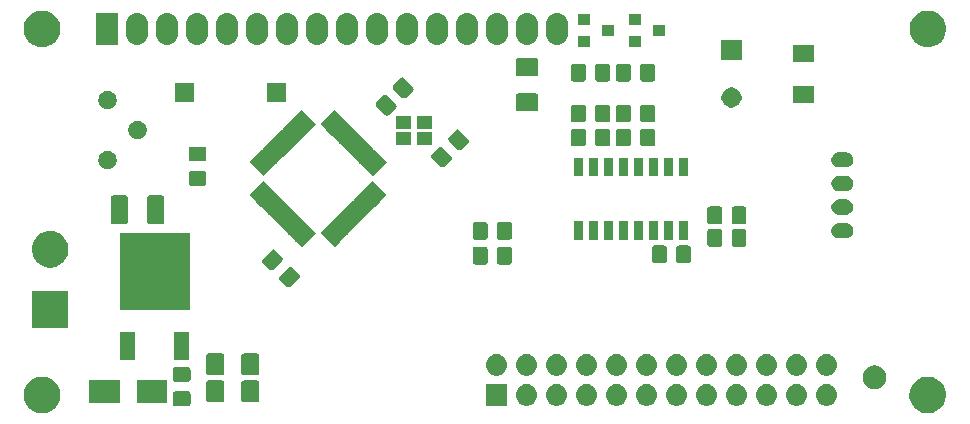
<source format=gbr>
G04 #@! TF.GenerationSoftware,KiCad,Pcbnew,(5.1.0)-1*
G04 #@! TF.CreationDate,2022-04-18T23:31:19-07:00*
G04 #@! TF.ProjectId,1602A_LCD Serial Backpack,31363032-415f-44c4-9344-205365726961,rev?*
G04 #@! TF.SameCoordinates,PX660b0c0PY66ff300*
G04 #@! TF.FileFunction,Soldermask,Bot*
G04 #@! TF.FilePolarity,Negative*
%FSLAX45Y45*%
G04 Gerber Fmt 4.5, Leading zero omitted, Abs format (unit mm)*
G04 Created by KiCad (PCBNEW (5.1.0)-1) date 2022-04-18 23:31:19*
%MOMM*%
%LPD*%
G04 APERTURE LIST*
%ADD10C,0.100000*%
G04 APERTURE END LIST*
D10*
G36*
X7782116Y401120D02*
G01*
X7797099Y398140D01*
X7825325Y386448D01*
X7850728Y369474D01*
X7872332Y347871D01*
X7889306Y322467D01*
X7900998Y294241D01*
X7903818Y280060D01*
X7905001Y274115D01*
X7906958Y264276D01*
X7906958Y233724D01*
X7900998Y203759D01*
X7889306Y175533D01*
X7872332Y150130D01*
X7850728Y128526D01*
X7825325Y111552D01*
X7797099Y99860D01*
X7782116Y96880D01*
X7767134Y93900D01*
X7736582Y93900D01*
X7721599Y96880D01*
X7706617Y99860D01*
X7678391Y111552D01*
X7652987Y128526D01*
X7631384Y150130D01*
X7614410Y175533D01*
X7602718Y203759D01*
X7596758Y233724D01*
X7596758Y264276D01*
X7598715Y274115D01*
X7599898Y280060D01*
X7602718Y294241D01*
X7614410Y322467D01*
X7631384Y347871D01*
X7652987Y369474D01*
X7678391Y386448D01*
X7706617Y398140D01*
X7721599Y401120D01*
X7736582Y404100D01*
X7767134Y404100D01*
X7782116Y401120D01*
X7782116Y401120D01*
G37*
G36*
X282259Y401120D02*
G01*
X297241Y398140D01*
X325467Y386448D01*
X350870Y369474D01*
X372474Y347871D01*
X389448Y322467D01*
X401140Y294241D01*
X403960Y280060D01*
X405143Y274115D01*
X407100Y264276D01*
X407100Y233724D01*
X401140Y203759D01*
X389448Y175533D01*
X372474Y150130D01*
X350870Y128526D01*
X325467Y111552D01*
X297241Y99860D01*
X282259Y96880D01*
X267276Y93900D01*
X236724Y93900D01*
X221741Y96880D01*
X206759Y99860D01*
X178533Y111552D01*
X153130Y128526D01*
X131526Y150130D01*
X114552Y175533D01*
X102860Y203759D01*
X96900Y233724D01*
X96900Y264276D01*
X98857Y274115D01*
X100040Y280060D01*
X102860Y294241D01*
X114552Y322467D01*
X131526Y347871D01*
X153130Y369474D01*
X178533Y386448D01*
X206759Y398140D01*
X221741Y401120D01*
X236724Y404100D01*
X267276Y404100D01*
X282259Y401120D01*
X282259Y401120D01*
G37*
G36*
X1493117Y279614D02*
G01*
X1496887Y278470D01*
X1500360Y276613D01*
X1503405Y274115D01*
X1505903Y271070D01*
X1507760Y267597D01*
X1508903Y263827D01*
X1509350Y259294D01*
X1509350Y175626D01*
X1508903Y171093D01*
X1507760Y167323D01*
X1505903Y163850D01*
X1503405Y160805D01*
X1500360Y158307D01*
X1496887Y156450D01*
X1493117Y155307D01*
X1488584Y154860D01*
X1379916Y154860D01*
X1375383Y155307D01*
X1371613Y156450D01*
X1368140Y158307D01*
X1365095Y160805D01*
X1362597Y163850D01*
X1360740Y167323D01*
X1359597Y171093D01*
X1359150Y175626D01*
X1359150Y259294D01*
X1359597Y263827D01*
X1360740Y267597D01*
X1362597Y271070D01*
X1365095Y274115D01*
X1368140Y276613D01*
X1371613Y278470D01*
X1375383Y279614D01*
X1379916Y280060D01*
X1488584Y280060D01*
X1493117Y279614D01*
X1493117Y279614D01*
G37*
G36*
X4619044Y338448D02*
G01*
X4625663Y337796D01*
X4642647Y332644D01*
X4658299Y324278D01*
X4660505Y322467D01*
X4672019Y313019D01*
X4679549Y303843D01*
X4683278Y299299D01*
X4691644Y283647D01*
X4696796Y266663D01*
X4698536Y249000D01*
X4696796Y231337D01*
X4691644Y214353D01*
X4683278Y198701D01*
X4683216Y198626D01*
X4672019Y184981D01*
X4662010Y176767D01*
X4658299Y173722D01*
X4642647Y165356D01*
X4625663Y160204D01*
X4619044Y159552D01*
X4612426Y158900D01*
X4603574Y158900D01*
X4596956Y159552D01*
X4590337Y160204D01*
X4573353Y165356D01*
X4557701Y173722D01*
X4553990Y176767D01*
X4543981Y184981D01*
X4532784Y198626D01*
X4532722Y198701D01*
X4524356Y214353D01*
X4519204Y231337D01*
X4517464Y249000D01*
X4519204Y266663D01*
X4524356Y283647D01*
X4532722Y299299D01*
X4536451Y303843D01*
X4543981Y313019D01*
X4555495Y322467D01*
X4557701Y324278D01*
X4573353Y332644D01*
X4590337Y337796D01*
X4596956Y338448D01*
X4603574Y339100D01*
X4612426Y339100D01*
X4619044Y338448D01*
X4619044Y338448D01*
G37*
G36*
X4190100Y158900D02*
G01*
X4009900Y158900D01*
X4009900Y339100D01*
X4190100Y339100D01*
X4190100Y158900D01*
X4190100Y158900D01*
G37*
G36*
X4365044Y338448D02*
G01*
X4371663Y337796D01*
X4388647Y332644D01*
X4404299Y324278D01*
X4406505Y322467D01*
X4418019Y313019D01*
X4425549Y303843D01*
X4429278Y299299D01*
X4437644Y283647D01*
X4442796Y266663D01*
X4444536Y249000D01*
X4442796Y231337D01*
X4437644Y214353D01*
X4429278Y198701D01*
X4429216Y198626D01*
X4418019Y184981D01*
X4408010Y176767D01*
X4404299Y173722D01*
X4388647Y165356D01*
X4371663Y160204D01*
X4365044Y159552D01*
X4358426Y158900D01*
X4349574Y158900D01*
X4342956Y159552D01*
X4336337Y160204D01*
X4319353Y165356D01*
X4303701Y173722D01*
X4299990Y176767D01*
X4289981Y184981D01*
X4278784Y198626D01*
X4278722Y198701D01*
X4270356Y214353D01*
X4265204Y231337D01*
X4263464Y249000D01*
X4265204Y266663D01*
X4270356Y283647D01*
X4278722Y299299D01*
X4282451Y303843D01*
X4289981Y313019D01*
X4301495Y322467D01*
X4303701Y324278D01*
X4319353Y332644D01*
X4336337Y337796D01*
X4342956Y338448D01*
X4349574Y339100D01*
X4358426Y339100D01*
X4365044Y338448D01*
X4365044Y338448D01*
G37*
G36*
X6905044Y338448D02*
G01*
X6911663Y337796D01*
X6928647Y332644D01*
X6944299Y324278D01*
X6946505Y322467D01*
X6958019Y313019D01*
X6965549Y303843D01*
X6969278Y299299D01*
X6977644Y283647D01*
X6982796Y266663D01*
X6984536Y249000D01*
X6982796Y231337D01*
X6977644Y214353D01*
X6969278Y198701D01*
X6969216Y198626D01*
X6958019Y184981D01*
X6948010Y176767D01*
X6944299Y173722D01*
X6928647Y165356D01*
X6911663Y160204D01*
X6905044Y159552D01*
X6898426Y158900D01*
X6889574Y158900D01*
X6882956Y159552D01*
X6876337Y160204D01*
X6859353Y165356D01*
X6843701Y173722D01*
X6839990Y176767D01*
X6829981Y184981D01*
X6818784Y198626D01*
X6818722Y198701D01*
X6810356Y214353D01*
X6805204Y231337D01*
X6803464Y249000D01*
X6805204Y266663D01*
X6810356Y283647D01*
X6818722Y299299D01*
X6822451Y303843D01*
X6829981Y313019D01*
X6841495Y322467D01*
X6843701Y324278D01*
X6859353Y332644D01*
X6876337Y337796D01*
X6882956Y338448D01*
X6889574Y339100D01*
X6898426Y339100D01*
X6905044Y338448D01*
X6905044Y338448D01*
G37*
G36*
X6651044Y338448D02*
G01*
X6657663Y337796D01*
X6674647Y332644D01*
X6690299Y324278D01*
X6692505Y322467D01*
X6704019Y313019D01*
X6711549Y303843D01*
X6715278Y299299D01*
X6723644Y283647D01*
X6728796Y266663D01*
X6730536Y249000D01*
X6728796Y231337D01*
X6723644Y214353D01*
X6715278Y198701D01*
X6715216Y198626D01*
X6704019Y184981D01*
X6694010Y176767D01*
X6690299Y173722D01*
X6674647Y165356D01*
X6657663Y160204D01*
X6651044Y159552D01*
X6644426Y158900D01*
X6635574Y158900D01*
X6628956Y159552D01*
X6622337Y160204D01*
X6605353Y165356D01*
X6589701Y173722D01*
X6585990Y176767D01*
X6575981Y184981D01*
X6564784Y198626D01*
X6564722Y198701D01*
X6556356Y214353D01*
X6551204Y231337D01*
X6549464Y249000D01*
X6551204Y266663D01*
X6556356Y283647D01*
X6564722Y299299D01*
X6568451Y303843D01*
X6575981Y313019D01*
X6587495Y322467D01*
X6589701Y324278D01*
X6605353Y332644D01*
X6622337Y337796D01*
X6628956Y338448D01*
X6635574Y339100D01*
X6644426Y339100D01*
X6651044Y338448D01*
X6651044Y338448D01*
G37*
G36*
X6397044Y338448D02*
G01*
X6403663Y337796D01*
X6420647Y332644D01*
X6436299Y324278D01*
X6438505Y322467D01*
X6450019Y313019D01*
X6457549Y303843D01*
X6461278Y299299D01*
X6469644Y283647D01*
X6474796Y266663D01*
X6476536Y249000D01*
X6474796Y231337D01*
X6469644Y214353D01*
X6461278Y198701D01*
X6461216Y198626D01*
X6450019Y184981D01*
X6440010Y176767D01*
X6436299Y173722D01*
X6420647Y165356D01*
X6403663Y160204D01*
X6397044Y159552D01*
X6390426Y158900D01*
X6381574Y158900D01*
X6374956Y159552D01*
X6368337Y160204D01*
X6351353Y165356D01*
X6335701Y173722D01*
X6331990Y176767D01*
X6321981Y184981D01*
X6310784Y198626D01*
X6310722Y198701D01*
X6302356Y214353D01*
X6297204Y231337D01*
X6295464Y249000D01*
X6297204Y266663D01*
X6302356Y283647D01*
X6310722Y299299D01*
X6314451Y303843D01*
X6321981Y313019D01*
X6333495Y322467D01*
X6335701Y324278D01*
X6351353Y332644D01*
X6368337Y337796D01*
X6374956Y338448D01*
X6381574Y339100D01*
X6390426Y339100D01*
X6397044Y338448D01*
X6397044Y338448D01*
G37*
G36*
X5889044Y338448D02*
G01*
X5895663Y337796D01*
X5912647Y332644D01*
X5928299Y324278D01*
X5930505Y322467D01*
X5942019Y313019D01*
X5949549Y303843D01*
X5953278Y299299D01*
X5961644Y283647D01*
X5966796Y266663D01*
X5968536Y249000D01*
X5966796Y231337D01*
X5961644Y214353D01*
X5953278Y198701D01*
X5953216Y198626D01*
X5942019Y184981D01*
X5932010Y176767D01*
X5928299Y173722D01*
X5912647Y165356D01*
X5895663Y160204D01*
X5889044Y159552D01*
X5882426Y158900D01*
X5873574Y158900D01*
X5866956Y159552D01*
X5860337Y160204D01*
X5843353Y165356D01*
X5827701Y173722D01*
X5823990Y176767D01*
X5813981Y184981D01*
X5802784Y198626D01*
X5802722Y198701D01*
X5794356Y214353D01*
X5789204Y231337D01*
X5787464Y249000D01*
X5789204Y266663D01*
X5794356Y283647D01*
X5802722Y299299D01*
X5806451Y303843D01*
X5813981Y313019D01*
X5825495Y322467D01*
X5827701Y324278D01*
X5843353Y332644D01*
X5860337Y337796D01*
X5866956Y338448D01*
X5873574Y339100D01*
X5882426Y339100D01*
X5889044Y338448D01*
X5889044Y338448D01*
G37*
G36*
X6143044Y338448D02*
G01*
X6149663Y337796D01*
X6166647Y332644D01*
X6182299Y324278D01*
X6184505Y322467D01*
X6196019Y313019D01*
X6203549Y303843D01*
X6207278Y299299D01*
X6215644Y283647D01*
X6220796Y266663D01*
X6222536Y249000D01*
X6220796Y231337D01*
X6215644Y214353D01*
X6207278Y198701D01*
X6207216Y198626D01*
X6196019Y184981D01*
X6186010Y176767D01*
X6182299Y173722D01*
X6166647Y165356D01*
X6149663Y160204D01*
X6143044Y159552D01*
X6136426Y158900D01*
X6127574Y158900D01*
X6120956Y159552D01*
X6114337Y160204D01*
X6097353Y165356D01*
X6081701Y173722D01*
X6077990Y176767D01*
X6067981Y184981D01*
X6056784Y198626D01*
X6056722Y198701D01*
X6048356Y214353D01*
X6043204Y231337D01*
X6041464Y249000D01*
X6043204Y266663D01*
X6048356Y283647D01*
X6056722Y299299D01*
X6060451Y303843D01*
X6067981Y313019D01*
X6079495Y322467D01*
X6081701Y324278D01*
X6097353Y332644D01*
X6114337Y337796D01*
X6120956Y338448D01*
X6127574Y339100D01*
X6136426Y339100D01*
X6143044Y338448D01*
X6143044Y338448D01*
G37*
G36*
X4873044Y338448D02*
G01*
X4879663Y337796D01*
X4896647Y332644D01*
X4912299Y324278D01*
X4914505Y322467D01*
X4926019Y313019D01*
X4933549Y303843D01*
X4937278Y299299D01*
X4945644Y283647D01*
X4950796Y266663D01*
X4952536Y249000D01*
X4950796Y231337D01*
X4945644Y214353D01*
X4937278Y198701D01*
X4937216Y198626D01*
X4926019Y184981D01*
X4916010Y176767D01*
X4912299Y173722D01*
X4896647Y165356D01*
X4879663Y160204D01*
X4873044Y159552D01*
X4866426Y158900D01*
X4857574Y158900D01*
X4850956Y159552D01*
X4844337Y160204D01*
X4827353Y165356D01*
X4811701Y173722D01*
X4807990Y176767D01*
X4797981Y184981D01*
X4786784Y198626D01*
X4786722Y198701D01*
X4778356Y214353D01*
X4773204Y231337D01*
X4771464Y249000D01*
X4773204Y266663D01*
X4778356Y283647D01*
X4786722Y299299D01*
X4790451Y303843D01*
X4797981Y313019D01*
X4809495Y322467D01*
X4811701Y324278D01*
X4827353Y332644D01*
X4844337Y337796D01*
X4850956Y338448D01*
X4857574Y339100D01*
X4866426Y339100D01*
X4873044Y338448D01*
X4873044Y338448D01*
G37*
G36*
X5127044Y338448D02*
G01*
X5133663Y337796D01*
X5150647Y332644D01*
X5166299Y324278D01*
X5168505Y322467D01*
X5180019Y313019D01*
X5187549Y303843D01*
X5191278Y299299D01*
X5199644Y283647D01*
X5204796Y266663D01*
X5206536Y249000D01*
X5204796Y231337D01*
X5199644Y214353D01*
X5191278Y198701D01*
X5191216Y198626D01*
X5180019Y184981D01*
X5170010Y176767D01*
X5166299Y173722D01*
X5150647Y165356D01*
X5133663Y160204D01*
X5127044Y159552D01*
X5120426Y158900D01*
X5111574Y158900D01*
X5104956Y159552D01*
X5098337Y160204D01*
X5081353Y165356D01*
X5065701Y173722D01*
X5061990Y176767D01*
X5051981Y184981D01*
X5040784Y198626D01*
X5040722Y198701D01*
X5032356Y214353D01*
X5027204Y231337D01*
X5025464Y249000D01*
X5027204Y266663D01*
X5032356Y283647D01*
X5040722Y299299D01*
X5044451Y303843D01*
X5051981Y313019D01*
X5063495Y322467D01*
X5065701Y324278D01*
X5081353Y332644D01*
X5098337Y337796D01*
X5104956Y338448D01*
X5111574Y339100D01*
X5120426Y339100D01*
X5127044Y338448D01*
X5127044Y338448D01*
G37*
G36*
X5381044Y338448D02*
G01*
X5387663Y337796D01*
X5404647Y332644D01*
X5420299Y324278D01*
X5422505Y322467D01*
X5434019Y313019D01*
X5441549Y303843D01*
X5445278Y299299D01*
X5453644Y283647D01*
X5458796Y266663D01*
X5460536Y249000D01*
X5458796Y231337D01*
X5453644Y214353D01*
X5445278Y198701D01*
X5445216Y198626D01*
X5434019Y184981D01*
X5424010Y176767D01*
X5420299Y173722D01*
X5404647Y165356D01*
X5387663Y160204D01*
X5381044Y159552D01*
X5374426Y158900D01*
X5365574Y158900D01*
X5358956Y159552D01*
X5352337Y160204D01*
X5335353Y165356D01*
X5319701Y173722D01*
X5315990Y176767D01*
X5305981Y184981D01*
X5294784Y198626D01*
X5294722Y198701D01*
X5286356Y214353D01*
X5281204Y231337D01*
X5279464Y249000D01*
X5281204Y266663D01*
X5286356Y283647D01*
X5294722Y299299D01*
X5298451Y303843D01*
X5305981Y313019D01*
X5317495Y322467D01*
X5319701Y324278D01*
X5335353Y332644D01*
X5352337Y337796D01*
X5358956Y338448D01*
X5365574Y339100D01*
X5374426Y339100D01*
X5381044Y338448D01*
X5381044Y338448D01*
G37*
G36*
X5635044Y338448D02*
G01*
X5641663Y337796D01*
X5658647Y332644D01*
X5674299Y324278D01*
X5676505Y322467D01*
X5688019Y313019D01*
X5695549Y303843D01*
X5699278Y299299D01*
X5707644Y283647D01*
X5712796Y266663D01*
X5714536Y249000D01*
X5712796Y231337D01*
X5707644Y214353D01*
X5699278Y198701D01*
X5699216Y198626D01*
X5688019Y184981D01*
X5678010Y176767D01*
X5674299Y173722D01*
X5658647Y165356D01*
X5641663Y160204D01*
X5635044Y159552D01*
X5628426Y158900D01*
X5619574Y158900D01*
X5612956Y159552D01*
X5606337Y160204D01*
X5589353Y165356D01*
X5573701Y173722D01*
X5569990Y176767D01*
X5559981Y184981D01*
X5548784Y198626D01*
X5548722Y198701D01*
X5540356Y214353D01*
X5535204Y231337D01*
X5533464Y249000D01*
X5535204Y266663D01*
X5540356Y283647D01*
X5548722Y299299D01*
X5552451Y303843D01*
X5559981Y313019D01*
X5571495Y322467D01*
X5573701Y324278D01*
X5589353Y332644D01*
X5606337Y337796D01*
X5612956Y338448D01*
X5619574Y339100D01*
X5628426Y339100D01*
X5635044Y338448D01*
X5635044Y338448D01*
G37*
G36*
X1314100Y183712D02*
G01*
X1053900Y183712D01*
X1053900Y373912D01*
X1314100Y373912D01*
X1314100Y183712D01*
X1314100Y183712D01*
G37*
G36*
X914100Y183712D02*
G01*
X653900Y183712D01*
X653900Y373912D01*
X914100Y373912D01*
X914100Y183712D01*
X914100Y183712D01*
G37*
G36*
X1779206Y371502D02*
G01*
X1782698Y370443D01*
X1785916Y368722D01*
X1788737Y366407D01*
X1791052Y363586D01*
X1792773Y360368D01*
X1793832Y356876D01*
X1794250Y352630D01*
X1794250Y206009D01*
X1793832Y201764D01*
X1792773Y198272D01*
X1791052Y195054D01*
X1788737Y192233D01*
X1785916Y189918D01*
X1782698Y188197D01*
X1779206Y187138D01*
X1774960Y186720D01*
X1660839Y186720D01*
X1656594Y187138D01*
X1653102Y188197D01*
X1649884Y189918D01*
X1647063Y192233D01*
X1644748Y195054D01*
X1643027Y198272D01*
X1641968Y201764D01*
X1641550Y206009D01*
X1641550Y352630D01*
X1641968Y356876D01*
X1643027Y360368D01*
X1644748Y363586D01*
X1647063Y366407D01*
X1649884Y368722D01*
X1653102Y370443D01*
X1656594Y371502D01*
X1660839Y371920D01*
X1774960Y371920D01*
X1779206Y371502D01*
X1779206Y371502D01*
G37*
G36*
X2076706Y371502D02*
G01*
X2080198Y370443D01*
X2083416Y368722D01*
X2086237Y366407D01*
X2088552Y363586D01*
X2090273Y360368D01*
X2091332Y356876D01*
X2091750Y352630D01*
X2091750Y206009D01*
X2091332Y201764D01*
X2090273Y198272D01*
X2088552Y195054D01*
X2086237Y192233D01*
X2083416Y189918D01*
X2080198Y188197D01*
X2076706Y187138D01*
X2072460Y186720D01*
X1958339Y186720D01*
X1954094Y187138D01*
X1950602Y188197D01*
X1947384Y189918D01*
X1944563Y192233D01*
X1942248Y195054D01*
X1940527Y198272D01*
X1939468Y201764D01*
X1939050Y206009D01*
X1939050Y352630D01*
X1939468Y356876D01*
X1940527Y360368D01*
X1942248Y363586D01*
X1944563Y366407D01*
X1947384Y368722D01*
X1950602Y370443D01*
X1954094Y371502D01*
X1958339Y371920D01*
X2072460Y371920D01*
X2076706Y371502D01*
X2076706Y371502D01*
G37*
G36*
X7322729Y497438D02*
G01*
X7329169Y496157D01*
X7347368Y488619D01*
X7363746Y477675D01*
X7377675Y463746D01*
X7388619Y447368D01*
X7396157Y429169D01*
X7396445Y427722D01*
X7400000Y409849D01*
X7400000Y390151D01*
X7398332Y381767D01*
X7396157Y370831D01*
X7388619Y352632D01*
X7377675Y336254D01*
X7363746Y322325D01*
X7347368Y311381D01*
X7329169Y303843D01*
X7322729Y302562D01*
X7309849Y300000D01*
X7290151Y300000D01*
X7277271Y302562D01*
X7270831Y303843D01*
X7252632Y311381D01*
X7236254Y322325D01*
X7222325Y336254D01*
X7211381Y352632D01*
X7203843Y370831D01*
X7201667Y381767D01*
X7200000Y390151D01*
X7200000Y409849D01*
X7203555Y427722D01*
X7203843Y429169D01*
X7211381Y447368D01*
X7222325Y463746D01*
X7236254Y477675D01*
X7252632Y488619D01*
X7270831Y496157D01*
X7277271Y497438D01*
X7290151Y500000D01*
X7309849Y500000D01*
X7322729Y497438D01*
X7322729Y497438D01*
G37*
G36*
X1493117Y484613D02*
G01*
X1496887Y483470D01*
X1500360Y481613D01*
X1503405Y479115D01*
X1505903Y476070D01*
X1507760Y472597D01*
X1508903Y468827D01*
X1509350Y464294D01*
X1509350Y380626D01*
X1508903Y376093D01*
X1507760Y372323D01*
X1505903Y368850D01*
X1503405Y365805D01*
X1500360Y363307D01*
X1496887Y361450D01*
X1493117Y360306D01*
X1488584Y359860D01*
X1379916Y359860D01*
X1375383Y360306D01*
X1371613Y361450D01*
X1368140Y363307D01*
X1365095Y365805D01*
X1362597Y368850D01*
X1360740Y372323D01*
X1359597Y376093D01*
X1359150Y380626D01*
X1359150Y464294D01*
X1359597Y468827D01*
X1360740Y472597D01*
X1362597Y476070D01*
X1365095Y479115D01*
X1368140Y481613D01*
X1371613Y483470D01*
X1375383Y484613D01*
X1379916Y485060D01*
X1488584Y485060D01*
X1493117Y484613D01*
X1493117Y484613D01*
G37*
G36*
X4111044Y592448D02*
G01*
X4117663Y591796D01*
X4134647Y586644D01*
X4134647Y586644D01*
X4139627Y583982D01*
X4150299Y578278D01*
X4153873Y575345D01*
X4164019Y567019D01*
X4172345Y556873D01*
X4175278Y553299D01*
X4183644Y537647D01*
X4188796Y520663D01*
X4190536Y503000D01*
X4188796Y485337D01*
X4183644Y468353D01*
X4175278Y452701D01*
X4172345Y449127D01*
X4164019Y438981D01*
X4155338Y431858D01*
X4150299Y427722D01*
X4134647Y419356D01*
X4117663Y414204D01*
X4111044Y413552D01*
X4104426Y412900D01*
X4095574Y412900D01*
X4088956Y413552D01*
X4082337Y414204D01*
X4065353Y419356D01*
X4049701Y427722D01*
X4044662Y431858D01*
X4035981Y438981D01*
X4027655Y449127D01*
X4024722Y452701D01*
X4016356Y468353D01*
X4011204Y485337D01*
X4009464Y503000D01*
X4011204Y520663D01*
X4016356Y537647D01*
X4024722Y553299D01*
X4027655Y556873D01*
X4035981Y567019D01*
X4046127Y575345D01*
X4049701Y578278D01*
X4060373Y583982D01*
X4065353Y586644D01*
X4065353Y586644D01*
X4082337Y591796D01*
X4088956Y592448D01*
X4095574Y593100D01*
X4104426Y593100D01*
X4111044Y592448D01*
X4111044Y592448D01*
G37*
G36*
X4365044Y592448D02*
G01*
X4371663Y591796D01*
X4388647Y586644D01*
X4388647Y586644D01*
X4393627Y583982D01*
X4404299Y578278D01*
X4407873Y575345D01*
X4418019Y567019D01*
X4426345Y556873D01*
X4429278Y553299D01*
X4437644Y537647D01*
X4442796Y520663D01*
X4444536Y503000D01*
X4442796Y485337D01*
X4437644Y468353D01*
X4429278Y452701D01*
X4426345Y449127D01*
X4418019Y438981D01*
X4409338Y431858D01*
X4404299Y427722D01*
X4388647Y419356D01*
X4371663Y414204D01*
X4365044Y413552D01*
X4358426Y412900D01*
X4349574Y412900D01*
X4342956Y413552D01*
X4336337Y414204D01*
X4319353Y419356D01*
X4303701Y427722D01*
X4298662Y431858D01*
X4289981Y438981D01*
X4281655Y449127D01*
X4278722Y452701D01*
X4270356Y468353D01*
X4265204Y485337D01*
X4263464Y503000D01*
X4265204Y520663D01*
X4270356Y537647D01*
X4278722Y553299D01*
X4281655Y556873D01*
X4289981Y567019D01*
X4300127Y575345D01*
X4303701Y578278D01*
X4314373Y583982D01*
X4319353Y586644D01*
X4319353Y586644D01*
X4336337Y591796D01*
X4342956Y592448D01*
X4349574Y593100D01*
X4358426Y593100D01*
X4365044Y592448D01*
X4365044Y592448D01*
G37*
G36*
X4619044Y592448D02*
G01*
X4625663Y591796D01*
X4642647Y586644D01*
X4642647Y586644D01*
X4647627Y583982D01*
X4658299Y578278D01*
X4661873Y575345D01*
X4672019Y567019D01*
X4680345Y556873D01*
X4683278Y553299D01*
X4691644Y537647D01*
X4696796Y520663D01*
X4698536Y503000D01*
X4696796Y485337D01*
X4691644Y468353D01*
X4683278Y452701D01*
X4680345Y449127D01*
X4672019Y438981D01*
X4663338Y431858D01*
X4658299Y427722D01*
X4642647Y419356D01*
X4625663Y414204D01*
X4619044Y413552D01*
X4612426Y412900D01*
X4603574Y412900D01*
X4596956Y413552D01*
X4590337Y414204D01*
X4573353Y419356D01*
X4557701Y427722D01*
X4552662Y431858D01*
X4543981Y438981D01*
X4535655Y449127D01*
X4532722Y452701D01*
X4524356Y468353D01*
X4519204Y485337D01*
X4517464Y503000D01*
X4519204Y520663D01*
X4524356Y537647D01*
X4532722Y553299D01*
X4535655Y556873D01*
X4543981Y567019D01*
X4554127Y575345D01*
X4557701Y578278D01*
X4568373Y583982D01*
X4573353Y586644D01*
X4573353Y586644D01*
X4590337Y591796D01*
X4596956Y592448D01*
X4603574Y593100D01*
X4612426Y593100D01*
X4619044Y592448D01*
X4619044Y592448D01*
G37*
G36*
X4873044Y592448D02*
G01*
X4879663Y591796D01*
X4896647Y586644D01*
X4896647Y586644D01*
X4901627Y583982D01*
X4912299Y578278D01*
X4915873Y575345D01*
X4926019Y567019D01*
X4934345Y556873D01*
X4937278Y553299D01*
X4945644Y537647D01*
X4950796Y520663D01*
X4952536Y503000D01*
X4950796Y485337D01*
X4945644Y468353D01*
X4937278Y452701D01*
X4934345Y449127D01*
X4926019Y438981D01*
X4917338Y431858D01*
X4912299Y427722D01*
X4896647Y419356D01*
X4879663Y414204D01*
X4873044Y413552D01*
X4866426Y412900D01*
X4857574Y412900D01*
X4850956Y413552D01*
X4844337Y414204D01*
X4827353Y419356D01*
X4811701Y427722D01*
X4806662Y431858D01*
X4797981Y438981D01*
X4789655Y449127D01*
X4786722Y452701D01*
X4778356Y468353D01*
X4773204Y485337D01*
X4771464Y503000D01*
X4773204Y520663D01*
X4778356Y537647D01*
X4786722Y553299D01*
X4789655Y556873D01*
X4797981Y567019D01*
X4808127Y575345D01*
X4811701Y578278D01*
X4822373Y583982D01*
X4827353Y586644D01*
X4827353Y586644D01*
X4844337Y591796D01*
X4850956Y592448D01*
X4857574Y593100D01*
X4866426Y593100D01*
X4873044Y592448D01*
X4873044Y592448D01*
G37*
G36*
X5127044Y592448D02*
G01*
X5133663Y591796D01*
X5150647Y586644D01*
X5150647Y586644D01*
X5155627Y583982D01*
X5166299Y578278D01*
X5169873Y575345D01*
X5180019Y567019D01*
X5188345Y556873D01*
X5191278Y553299D01*
X5199644Y537647D01*
X5204796Y520663D01*
X5206536Y503000D01*
X5204796Y485337D01*
X5199644Y468353D01*
X5191278Y452701D01*
X5188345Y449127D01*
X5180019Y438981D01*
X5171338Y431858D01*
X5166299Y427722D01*
X5150647Y419356D01*
X5133663Y414204D01*
X5127044Y413552D01*
X5120426Y412900D01*
X5111574Y412900D01*
X5104956Y413552D01*
X5098337Y414204D01*
X5081353Y419356D01*
X5065701Y427722D01*
X5060662Y431858D01*
X5051981Y438981D01*
X5043655Y449127D01*
X5040722Y452701D01*
X5032356Y468353D01*
X5027204Y485337D01*
X5025464Y503000D01*
X5027204Y520663D01*
X5032356Y537647D01*
X5040722Y553299D01*
X5043655Y556873D01*
X5051981Y567019D01*
X5062127Y575345D01*
X5065701Y578278D01*
X5076373Y583982D01*
X5081353Y586644D01*
X5081353Y586644D01*
X5098337Y591796D01*
X5104956Y592448D01*
X5111574Y593100D01*
X5120426Y593100D01*
X5127044Y592448D01*
X5127044Y592448D01*
G37*
G36*
X5381044Y592448D02*
G01*
X5387663Y591796D01*
X5404647Y586644D01*
X5404647Y586644D01*
X5409627Y583982D01*
X5420299Y578278D01*
X5423873Y575345D01*
X5434019Y567019D01*
X5442345Y556873D01*
X5445278Y553299D01*
X5453644Y537647D01*
X5458796Y520663D01*
X5460536Y503000D01*
X5458796Y485337D01*
X5453644Y468353D01*
X5445278Y452701D01*
X5442345Y449127D01*
X5434019Y438981D01*
X5425338Y431858D01*
X5420299Y427722D01*
X5404647Y419356D01*
X5387663Y414204D01*
X5381044Y413552D01*
X5374426Y412900D01*
X5365574Y412900D01*
X5358956Y413552D01*
X5352337Y414204D01*
X5335353Y419356D01*
X5319701Y427722D01*
X5314662Y431858D01*
X5305981Y438981D01*
X5297655Y449127D01*
X5294722Y452701D01*
X5286356Y468353D01*
X5281204Y485337D01*
X5279464Y503000D01*
X5281204Y520663D01*
X5286356Y537647D01*
X5294722Y553299D01*
X5297655Y556873D01*
X5305981Y567019D01*
X5316127Y575345D01*
X5319701Y578278D01*
X5330373Y583982D01*
X5335353Y586644D01*
X5335353Y586644D01*
X5352337Y591796D01*
X5358956Y592448D01*
X5365574Y593100D01*
X5374426Y593100D01*
X5381044Y592448D01*
X5381044Y592448D01*
G37*
G36*
X6905044Y592448D02*
G01*
X6911663Y591796D01*
X6928647Y586644D01*
X6928647Y586644D01*
X6933627Y583982D01*
X6944299Y578278D01*
X6947873Y575345D01*
X6958019Y567019D01*
X6966345Y556873D01*
X6969278Y553299D01*
X6977644Y537647D01*
X6982796Y520663D01*
X6984536Y503000D01*
X6982796Y485337D01*
X6977644Y468353D01*
X6969278Y452701D01*
X6966345Y449127D01*
X6958019Y438981D01*
X6949338Y431858D01*
X6944299Y427722D01*
X6928647Y419356D01*
X6911663Y414204D01*
X6905044Y413552D01*
X6898426Y412900D01*
X6889574Y412900D01*
X6882956Y413552D01*
X6876337Y414204D01*
X6859353Y419356D01*
X6843701Y427722D01*
X6838662Y431858D01*
X6829981Y438981D01*
X6821655Y449127D01*
X6818722Y452701D01*
X6810356Y468353D01*
X6805204Y485337D01*
X6803464Y503000D01*
X6805204Y520663D01*
X6810356Y537647D01*
X6818722Y553299D01*
X6821655Y556873D01*
X6829981Y567019D01*
X6840127Y575345D01*
X6843701Y578278D01*
X6854373Y583982D01*
X6859353Y586644D01*
X6859353Y586644D01*
X6876337Y591796D01*
X6882956Y592448D01*
X6889574Y593100D01*
X6898426Y593100D01*
X6905044Y592448D01*
X6905044Y592448D01*
G37*
G36*
X5635044Y592448D02*
G01*
X5641663Y591796D01*
X5658647Y586644D01*
X5658647Y586644D01*
X5663627Y583982D01*
X5674299Y578278D01*
X5677873Y575345D01*
X5688019Y567019D01*
X5696345Y556873D01*
X5699278Y553299D01*
X5707644Y537647D01*
X5712796Y520663D01*
X5714536Y503000D01*
X5712796Y485337D01*
X5707644Y468353D01*
X5699278Y452701D01*
X5696345Y449127D01*
X5688019Y438981D01*
X5679338Y431858D01*
X5674299Y427722D01*
X5658647Y419356D01*
X5641663Y414204D01*
X5635044Y413552D01*
X5628426Y412900D01*
X5619574Y412900D01*
X5612956Y413552D01*
X5606337Y414204D01*
X5589353Y419356D01*
X5573701Y427722D01*
X5568662Y431858D01*
X5559981Y438981D01*
X5551655Y449127D01*
X5548722Y452701D01*
X5540356Y468353D01*
X5535204Y485337D01*
X5533464Y503000D01*
X5535204Y520663D01*
X5540356Y537647D01*
X5548722Y553299D01*
X5551655Y556873D01*
X5559981Y567019D01*
X5570127Y575345D01*
X5573701Y578278D01*
X5584373Y583982D01*
X5589353Y586644D01*
X5589353Y586644D01*
X5606337Y591796D01*
X5612956Y592448D01*
X5619574Y593100D01*
X5628426Y593100D01*
X5635044Y592448D01*
X5635044Y592448D01*
G37*
G36*
X5889044Y592448D02*
G01*
X5895663Y591796D01*
X5912647Y586644D01*
X5912647Y586644D01*
X5917627Y583982D01*
X5928299Y578278D01*
X5931873Y575345D01*
X5942019Y567019D01*
X5950345Y556873D01*
X5953278Y553299D01*
X5961644Y537647D01*
X5966796Y520663D01*
X5968536Y503000D01*
X5966796Y485337D01*
X5961644Y468353D01*
X5953278Y452701D01*
X5950345Y449127D01*
X5942019Y438981D01*
X5933338Y431858D01*
X5928299Y427722D01*
X5912647Y419356D01*
X5895663Y414204D01*
X5889044Y413552D01*
X5882426Y412900D01*
X5873574Y412900D01*
X5866956Y413552D01*
X5860337Y414204D01*
X5843353Y419356D01*
X5827701Y427722D01*
X5822662Y431858D01*
X5813981Y438981D01*
X5805655Y449127D01*
X5802722Y452701D01*
X5794356Y468353D01*
X5789204Y485337D01*
X5787464Y503000D01*
X5789204Y520663D01*
X5794356Y537647D01*
X5802722Y553299D01*
X5805655Y556873D01*
X5813981Y567019D01*
X5824127Y575345D01*
X5827701Y578278D01*
X5838373Y583982D01*
X5843353Y586644D01*
X5843353Y586644D01*
X5860337Y591796D01*
X5866956Y592448D01*
X5873574Y593100D01*
X5882426Y593100D01*
X5889044Y592448D01*
X5889044Y592448D01*
G37*
G36*
X6143044Y592448D02*
G01*
X6149663Y591796D01*
X6166647Y586644D01*
X6166647Y586644D01*
X6171627Y583982D01*
X6182299Y578278D01*
X6185873Y575345D01*
X6196019Y567019D01*
X6204345Y556873D01*
X6207278Y553299D01*
X6215644Y537647D01*
X6220796Y520663D01*
X6222536Y503000D01*
X6220796Y485337D01*
X6215644Y468353D01*
X6207278Y452701D01*
X6204345Y449127D01*
X6196019Y438981D01*
X6187338Y431858D01*
X6182299Y427722D01*
X6166647Y419356D01*
X6149663Y414204D01*
X6143044Y413552D01*
X6136426Y412900D01*
X6127574Y412900D01*
X6120956Y413552D01*
X6114337Y414204D01*
X6097353Y419356D01*
X6081701Y427722D01*
X6076662Y431858D01*
X6067981Y438981D01*
X6059655Y449127D01*
X6056722Y452701D01*
X6048356Y468353D01*
X6043204Y485337D01*
X6041464Y503000D01*
X6043204Y520663D01*
X6048356Y537647D01*
X6056722Y553299D01*
X6059655Y556873D01*
X6067981Y567019D01*
X6078127Y575345D01*
X6081701Y578278D01*
X6092373Y583982D01*
X6097353Y586644D01*
X6097353Y586644D01*
X6114337Y591796D01*
X6120956Y592448D01*
X6127574Y593100D01*
X6136426Y593100D01*
X6143044Y592448D01*
X6143044Y592448D01*
G37*
G36*
X6651044Y592448D02*
G01*
X6657663Y591796D01*
X6674647Y586644D01*
X6674647Y586644D01*
X6679627Y583982D01*
X6690299Y578278D01*
X6693873Y575345D01*
X6704019Y567019D01*
X6712345Y556873D01*
X6715278Y553299D01*
X6723644Y537647D01*
X6728796Y520663D01*
X6730536Y503000D01*
X6728796Y485337D01*
X6723644Y468353D01*
X6715278Y452701D01*
X6712345Y449127D01*
X6704019Y438981D01*
X6695338Y431858D01*
X6690299Y427722D01*
X6674647Y419356D01*
X6657663Y414204D01*
X6651044Y413552D01*
X6644426Y412900D01*
X6635574Y412900D01*
X6628956Y413552D01*
X6622337Y414204D01*
X6605353Y419356D01*
X6589701Y427722D01*
X6584662Y431858D01*
X6575981Y438981D01*
X6567655Y449127D01*
X6564722Y452701D01*
X6556356Y468353D01*
X6551204Y485337D01*
X6549464Y503000D01*
X6551204Y520663D01*
X6556356Y537647D01*
X6564722Y553299D01*
X6567655Y556873D01*
X6575981Y567019D01*
X6586127Y575345D01*
X6589701Y578278D01*
X6600373Y583982D01*
X6605353Y586644D01*
X6605353Y586644D01*
X6622337Y591796D01*
X6628956Y592448D01*
X6635574Y593100D01*
X6644426Y593100D01*
X6651044Y592448D01*
X6651044Y592448D01*
G37*
G36*
X6397044Y592448D02*
G01*
X6403663Y591796D01*
X6420647Y586644D01*
X6420647Y586644D01*
X6425627Y583982D01*
X6436299Y578278D01*
X6439873Y575345D01*
X6450019Y567019D01*
X6458345Y556873D01*
X6461278Y553299D01*
X6469644Y537647D01*
X6474796Y520663D01*
X6476536Y503000D01*
X6474796Y485337D01*
X6469644Y468353D01*
X6461278Y452701D01*
X6458345Y449127D01*
X6450019Y438981D01*
X6441338Y431858D01*
X6436299Y427722D01*
X6420647Y419356D01*
X6403663Y414204D01*
X6397044Y413552D01*
X6390426Y412900D01*
X6381574Y412900D01*
X6374956Y413552D01*
X6368337Y414204D01*
X6351353Y419356D01*
X6335701Y427722D01*
X6330662Y431858D01*
X6321981Y438981D01*
X6313655Y449127D01*
X6310722Y452701D01*
X6302356Y468353D01*
X6297204Y485337D01*
X6295464Y503000D01*
X6297204Y520663D01*
X6302356Y537647D01*
X6310722Y553299D01*
X6313655Y556873D01*
X6321981Y567019D01*
X6332127Y575345D01*
X6335701Y578278D01*
X6346373Y583982D01*
X6351353Y586644D01*
X6351353Y586644D01*
X6368337Y591796D01*
X6374956Y592448D01*
X6381574Y593100D01*
X6390426Y593100D01*
X6397044Y592448D01*
X6397044Y592448D01*
G37*
G36*
X2076706Y600102D02*
G01*
X2080198Y599043D01*
X2083416Y597322D01*
X2086237Y595007D01*
X2088552Y592186D01*
X2090273Y588968D01*
X2091332Y585476D01*
X2091750Y581231D01*
X2091750Y434609D01*
X2091332Y430364D01*
X2090273Y426872D01*
X2088552Y423654D01*
X2086237Y420833D01*
X2083416Y418518D01*
X2080198Y416797D01*
X2076706Y415738D01*
X2072460Y415320D01*
X1958339Y415320D01*
X1954094Y415738D01*
X1950602Y416797D01*
X1947384Y418518D01*
X1944563Y420833D01*
X1942248Y423654D01*
X1940527Y426872D01*
X1939468Y430364D01*
X1939050Y434609D01*
X1939050Y581231D01*
X1939468Y585476D01*
X1940527Y588968D01*
X1942248Y592186D01*
X1944563Y595007D01*
X1947384Y597322D01*
X1950602Y599043D01*
X1954094Y600102D01*
X1958339Y600520D01*
X2072460Y600520D01*
X2076706Y600102D01*
X2076706Y600102D01*
G37*
G36*
X1779206Y600102D02*
G01*
X1782698Y599043D01*
X1785916Y597322D01*
X1788737Y595007D01*
X1791052Y592186D01*
X1792773Y588968D01*
X1793832Y585476D01*
X1794250Y581231D01*
X1794250Y434609D01*
X1793832Y430364D01*
X1792773Y426872D01*
X1791052Y423654D01*
X1788737Y420833D01*
X1785916Y418518D01*
X1782698Y416797D01*
X1779206Y415738D01*
X1774960Y415320D01*
X1660839Y415320D01*
X1656594Y415738D01*
X1653102Y416797D01*
X1649884Y418518D01*
X1647063Y420833D01*
X1644748Y423654D01*
X1643027Y426872D01*
X1641968Y430364D01*
X1641550Y434609D01*
X1641550Y581231D01*
X1641968Y585476D01*
X1643027Y588968D01*
X1644748Y592186D01*
X1647063Y595007D01*
X1649884Y597322D01*
X1653102Y599043D01*
X1656594Y600102D01*
X1660839Y600520D01*
X1774960Y600520D01*
X1779206Y600102D01*
X1779206Y600102D01*
G37*
G36*
X1499350Y549400D02*
G01*
X1369150Y549400D01*
X1369150Y779600D01*
X1499350Y779600D01*
X1499350Y549400D01*
X1499350Y549400D01*
G37*
G36*
X1043350Y549400D02*
G01*
X913150Y549400D01*
X913150Y779600D01*
X1043350Y779600D01*
X1043350Y549400D01*
X1043350Y549400D01*
G37*
G36*
X476100Y819900D02*
G01*
X165900Y819900D01*
X165900Y1130100D01*
X476100Y1130100D01*
X476100Y819900D01*
X476100Y819900D01*
G37*
G36*
X1501350Y969400D02*
G01*
X911150Y969400D01*
X911150Y1619600D01*
X1501350Y1619600D01*
X1501350Y969400D01*
X1501350Y969400D01*
G37*
G36*
X2359557Y1336816D02*
G01*
X2363326Y1335673D01*
X2366800Y1333816D01*
X2370321Y1330927D01*
X2429483Y1271764D01*
X2432373Y1268243D01*
X2434230Y1264769D01*
X2435373Y1261000D01*
X2435759Y1257080D01*
X2435373Y1253161D01*
X2434230Y1249392D01*
X2432373Y1245918D01*
X2429483Y1242397D01*
X2352643Y1165557D01*
X2349122Y1162667D01*
X2345648Y1160810D01*
X2341879Y1159667D01*
X2337960Y1159281D01*
X2334040Y1159667D01*
X2330271Y1160810D01*
X2326797Y1162667D01*
X2323276Y1165557D01*
X2264114Y1224719D01*
X2261224Y1228240D01*
X2259367Y1231714D01*
X2258224Y1235483D01*
X2257838Y1239403D01*
X2258224Y1243322D01*
X2259367Y1247092D01*
X2261224Y1250565D01*
X2264114Y1254087D01*
X2340954Y1330927D01*
X2344475Y1333816D01*
X2347948Y1335673D01*
X2351718Y1336816D01*
X2355637Y1337202D01*
X2359557Y1336816D01*
X2359557Y1336816D01*
G37*
G36*
X2214600Y1481773D02*
G01*
X2218369Y1480630D01*
X2221843Y1478773D01*
X2225364Y1475883D01*
X2284527Y1416721D01*
X2287416Y1413200D01*
X2289273Y1409726D01*
X2290416Y1405957D01*
X2290802Y1402037D01*
X2290416Y1398118D01*
X2289273Y1394348D01*
X2287416Y1390875D01*
X2284527Y1387354D01*
X2207687Y1310514D01*
X2204165Y1307624D01*
X2200692Y1305767D01*
X2196922Y1304624D01*
X2193003Y1304238D01*
X2189083Y1304624D01*
X2185314Y1305767D01*
X2181840Y1307624D01*
X2178319Y1310514D01*
X2119157Y1369676D01*
X2116267Y1373197D01*
X2114410Y1376671D01*
X2113267Y1380440D01*
X2112881Y1384360D01*
X2113267Y1388279D01*
X2114410Y1392048D01*
X2116267Y1395522D01*
X2119157Y1399043D01*
X2195997Y1475883D01*
X2199518Y1478773D01*
X2202992Y1480630D01*
X2206761Y1481773D01*
X2210680Y1482159D01*
X2214600Y1481773D01*
X2214600Y1481773D01*
G37*
G36*
X351258Y1635120D02*
G01*
X366241Y1632140D01*
X394467Y1620448D01*
X419870Y1603474D01*
X441474Y1581870D01*
X458448Y1556467D01*
X470140Y1528241D01*
X472319Y1517283D01*
X475711Y1500233D01*
X476100Y1498276D01*
X476100Y1467724D01*
X470140Y1437759D01*
X458448Y1409533D01*
X441474Y1384130D01*
X419870Y1362526D01*
X394467Y1345552D01*
X366241Y1333860D01*
X351491Y1330927D01*
X336276Y1327900D01*
X305724Y1327900D01*
X290509Y1330927D01*
X275759Y1333860D01*
X247533Y1345552D01*
X222129Y1362526D01*
X200526Y1384130D01*
X183552Y1409533D01*
X171860Y1437759D01*
X165900Y1467724D01*
X165900Y1498276D01*
X166289Y1500233D01*
X169681Y1517283D01*
X171860Y1528241D01*
X183552Y1556467D01*
X200526Y1581870D01*
X222129Y1603474D01*
X247533Y1620448D01*
X275759Y1632140D01*
X290742Y1635120D01*
X305724Y1638100D01*
X336276Y1638100D01*
X351258Y1635120D01*
X351258Y1635120D01*
G37*
G36*
X4008017Y1503233D02*
G01*
X4011787Y1502090D01*
X4015260Y1500233D01*
X4018305Y1497735D01*
X4020803Y1494690D01*
X4022660Y1491217D01*
X4023803Y1487447D01*
X4024250Y1482914D01*
X4024250Y1374246D01*
X4023803Y1369713D01*
X4022660Y1365943D01*
X4020803Y1362470D01*
X4018305Y1359425D01*
X4015260Y1356927D01*
X4011787Y1355070D01*
X4008017Y1353927D01*
X4003484Y1353480D01*
X3919816Y1353480D01*
X3915283Y1353927D01*
X3911513Y1355070D01*
X3908040Y1356927D01*
X3904995Y1359425D01*
X3902497Y1362470D01*
X3900640Y1365943D01*
X3899496Y1369713D01*
X3899050Y1374246D01*
X3899050Y1482914D01*
X3899496Y1487447D01*
X3900640Y1491217D01*
X3902497Y1494690D01*
X3904995Y1497735D01*
X3908040Y1500233D01*
X3911513Y1502090D01*
X3915283Y1503233D01*
X3919816Y1503680D01*
X4003484Y1503680D01*
X4008017Y1503233D01*
X4008017Y1503233D01*
G37*
G36*
X4213017Y1503233D02*
G01*
X4216787Y1502090D01*
X4220260Y1500233D01*
X4223305Y1497735D01*
X4225803Y1494690D01*
X4227660Y1491217D01*
X4228804Y1487447D01*
X4229250Y1482914D01*
X4229250Y1374246D01*
X4228804Y1369713D01*
X4227660Y1365943D01*
X4225803Y1362470D01*
X4223305Y1359425D01*
X4220260Y1356927D01*
X4216787Y1355070D01*
X4213017Y1353927D01*
X4208484Y1353480D01*
X4124816Y1353480D01*
X4120283Y1353927D01*
X4116513Y1355070D01*
X4113040Y1356927D01*
X4109995Y1359425D01*
X4107497Y1362470D01*
X4105640Y1365943D01*
X4104496Y1369713D01*
X4104050Y1374246D01*
X4104050Y1482914D01*
X4104496Y1487447D01*
X4105640Y1491217D01*
X4107497Y1494690D01*
X4109995Y1497735D01*
X4113040Y1500233D01*
X4116513Y1502090D01*
X4120283Y1503233D01*
X4124816Y1503680D01*
X4208484Y1503680D01*
X4213017Y1503233D01*
X4213017Y1503233D01*
G37*
G36*
X5729367Y1514573D02*
G01*
X5733137Y1513430D01*
X5736610Y1511573D01*
X5739655Y1509075D01*
X5742153Y1506030D01*
X5744010Y1502557D01*
X5745153Y1498787D01*
X5745600Y1494254D01*
X5745600Y1385586D01*
X5745153Y1381053D01*
X5744010Y1377283D01*
X5742153Y1373810D01*
X5739655Y1370765D01*
X5736610Y1368267D01*
X5733137Y1366410D01*
X5729367Y1365267D01*
X5724834Y1364820D01*
X5641166Y1364820D01*
X5636633Y1365267D01*
X5632863Y1366410D01*
X5629390Y1368267D01*
X5626345Y1370765D01*
X5623847Y1373810D01*
X5621990Y1377283D01*
X5620846Y1381053D01*
X5620400Y1385586D01*
X5620400Y1494254D01*
X5620846Y1498787D01*
X5621990Y1502557D01*
X5623847Y1506030D01*
X5626345Y1509075D01*
X5629390Y1511573D01*
X5632863Y1513430D01*
X5636633Y1514573D01*
X5641166Y1515020D01*
X5724834Y1515020D01*
X5729367Y1514573D01*
X5729367Y1514573D01*
G37*
G36*
X5524367Y1514573D02*
G01*
X5528137Y1513430D01*
X5531610Y1511573D01*
X5534655Y1509075D01*
X5537153Y1506030D01*
X5539010Y1502557D01*
X5540154Y1498787D01*
X5540600Y1494254D01*
X5540600Y1385586D01*
X5540154Y1381053D01*
X5539010Y1377283D01*
X5537153Y1373810D01*
X5534655Y1370765D01*
X5531610Y1368267D01*
X5528137Y1366410D01*
X5524367Y1365267D01*
X5519834Y1364820D01*
X5436166Y1364820D01*
X5431633Y1365267D01*
X5427863Y1366410D01*
X5424390Y1368267D01*
X5421345Y1370765D01*
X5418847Y1373810D01*
X5416990Y1377283D01*
X5415847Y1381053D01*
X5415400Y1385586D01*
X5415400Y1494254D01*
X5415847Y1498787D01*
X5416990Y1502557D01*
X5418847Y1506030D01*
X5421345Y1509075D01*
X5424390Y1511573D01*
X5427863Y1513430D01*
X5431633Y1514573D01*
X5436166Y1515020D01*
X5519834Y1515020D01*
X5524367Y1514573D01*
X5524367Y1514573D01*
G37*
G36*
X3171017Y1943066D02*
G01*
X3124913Y1896963D01*
X3114448Y1886498D01*
X3068345Y1840394D01*
X3057880Y1829929D01*
X2842071Y1614120D01*
X2831605Y1603655D01*
X2785502Y1557552D01*
X2775037Y1547087D01*
X2728934Y1500983D01*
X2608584Y1621333D01*
X2654687Y1667436D01*
X2654688Y1667436D01*
X2656314Y1669062D01*
X2656315Y1669064D01*
X2665153Y1677901D01*
X2665153Y1677901D01*
X2711256Y1724005D01*
X2711256Y1724005D01*
X2720094Y1732842D01*
X2720095Y1732843D01*
X2721721Y1734470D01*
X2721721Y1734470D01*
X2767825Y1780573D01*
X2767825Y1780573D01*
X2776663Y1789412D01*
X2778290Y1791038D01*
X2778290Y1791038D01*
X2824393Y1837142D01*
X2824393Y1837142D01*
X2834858Y1847607D01*
X2834858Y1847607D01*
X2880962Y1893710D01*
X2880962Y1893710D01*
X2889800Y1902549D01*
X2891427Y1904175D01*
X2891427Y1904175D01*
X2937530Y1950279D01*
X2937530Y1950279D01*
X2939157Y1951905D01*
X2939157Y1951906D01*
X2947995Y1960744D01*
X2947995Y1960744D01*
X2994099Y2006847D01*
X2994099Y2006847D01*
X3002936Y2015685D01*
X3002937Y2015686D01*
X3004564Y2017312D01*
X3004564Y2017313D01*
X3050667Y2063416D01*
X3171017Y1943066D01*
X3171017Y1943066D01*
G37*
G36*
X2173996Y2017313D02*
G01*
X2173996Y2017312D01*
X2175623Y2015686D01*
X2175623Y2015686D01*
X2184461Y2006847D01*
X2184461Y2006847D01*
X2230565Y1960744D01*
X2230565Y1960744D01*
X2239403Y1951906D01*
X2239404Y1951905D01*
X2241030Y1950279D01*
X2241030Y1950279D01*
X2287133Y1904175D01*
X2287133Y1904175D01*
X2297598Y1893710D01*
X2297598Y1893710D01*
X2343702Y1847607D01*
X2343702Y1847607D01*
X2354167Y1837142D01*
X2354167Y1837142D01*
X2400270Y1791038D01*
X2400270Y1791038D01*
X2410736Y1780573D01*
X2410736Y1780573D01*
X2456839Y1734470D01*
X2456839Y1734470D01*
X2458465Y1732843D01*
X2458466Y1732843D01*
X2467304Y1724005D01*
X2467304Y1724005D01*
X2513408Y1677901D01*
X2513408Y1677901D01*
X2522246Y1669063D01*
X2522246Y1669062D01*
X2523873Y1667436D01*
X2523873Y1667436D01*
X2569976Y1621333D01*
X2449626Y1500983D01*
X2403523Y1547087D01*
X2403523Y1547087D01*
X2394685Y1555925D01*
X2394684Y1555925D01*
X2393058Y1557552D01*
X2393058Y1557552D01*
X2346955Y1603655D01*
X2346955Y1603655D01*
X2345328Y1605282D01*
X2345328Y1605282D01*
X2336489Y1614120D01*
X2336489Y1614120D01*
X2290386Y1660224D01*
X2290386Y1660224D01*
X2279921Y1670689D01*
X2279921Y1670689D01*
X2233817Y1716792D01*
X2233818Y1716792D01*
X2223352Y1727257D01*
X2223352Y1727257D01*
X2177249Y1773361D01*
X2177249Y1773361D01*
X2166784Y1783826D01*
X2166784Y1783826D01*
X2120680Y1829929D01*
X2120680Y1829929D01*
X2111842Y1838767D01*
X2111842Y1838768D01*
X2110215Y1840394D01*
X2110215Y1840394D01*
X2064112Y1886498D01*
X2064112Y1886498D01*
X2062485Y1888124D01*
X2062485Y1888125D01*
X2053647Y1896963D01*
X2053647Y1896963D01*
X2007543Y1943066D01*
X2127893Y2063416D01*
X2173996Y2017313D01*
X2173996Y2017313D01*
G37*
G36*
X5994887Y1654573D02*
G01*
X5998657Y1653430D01*
X6002130Y1651573D01*
X6005175Y1649075D01*
X6007673Y1646030D01*
X6009530Y1642557D01*
X6010673Y1638787D01*
X6011120Y1634254D01*
X6011120Y1525586D01*
X6010673Y1521053D01*
X6009530Y1517283D01*
X6007673Y1513810D01*
X6005175Y1510765D01*
X6002130Y1508267D01*
X5998657Y1506410D01*
X5994887Y1505266D01*
X5990354Y1504820D01*
X5906686Y1504820D01*
X5902153Y1505266D01*
X5898383Y1506410D01*
X5894910Y1508267D01*
X5891865Y1510765D01*
X5889367Y1513810D01*
X5887510Y1517283D01*
X5886366Y1521053D01*
X5885920Y1525586D01*
X5885920Y1634254D01*
X5886366Y1638787D01*
X5887510Y1642557D01*
X5889367Y1646030D01*
X5891865Y1649075D01*
X5894910Y1651573D01*
X5898383Y1653430D01*
X5902153Y1654573D01*
X5906686Y1655020D01*
X5990354Y1655020D01*
X5994887Y1654573D01*
X5994887Y1654573D01*
G37*
G36*
X6199887Y1654573D02*
G01*
X6203657Y1653430D01*
X6207130Y1651573D01*
X6210175Y1649075D01*
X6212673Y1646030D01*
X6214530Y1642557D01*
X6215673Y1638787D01*
X6216120Y1634254D01*
X6216120Y1525586D01*
X6215673Y1521053D01*
X6214530Y1517283D01*
X6212673Y1513810D01*
X6210175Y1510765D01*
X6207130Y1508267D01*
X6203657Y1506410D01*
X6199887Y1505266D01*
X6195354Y1504820D01*
X6111686Y1504820D01*
X6107153Y1505266D01*
X6103383Y1506410D01*
X6099910Y1508267D01*
X6096865Y1510765D01*
X6094367Y1513810D01*
X6092510Y1517283D01*
X6091366Y1521053D01*
X6090920Y1525586D01*
X6090920Y1634254D01*
X6091366Y1638787D01*
X6092510Y1642557D01*
X6094367Y1646030D01*
X6096865Y1649075D01*
X6099910Y1651573D01*
X6103383Y1653430D01*
X6107153Y1654573D01*
X6111686Y1655020D01*
X6195354Y1655020D01*
X6199887Y1654573D01*
X6199887Y1654573D01*
G37*
G36*
X4829100Y1559100D02*
G01*
X4758900Y1559100D01*
X4758900Y1719300D01*
X4829100Y1719300D01*
X4829100Y1559100D01*
X4829100Y1559100D01*
G37*
G36*
X5210100Y1559100D02*
G01*
X5139900Y1559100D01*
X5139900Y1719300D01*
X5210100Y1719300D01*
X5210100Y1559100D01*
X5210100Y1559100D01*
G37*
G36*
X5337100Y1559100D02*
G01*
X5266900Y1559100D01*
X5266900Y1719300D01*
X5337100Y1719300D01*
X5337100Y1559100D01*
X5337100Y1559100D01*
G37*
G36*
X5591100Y1559100D02*
G01*
X5520900Y1559100D01*
X5520900Y1719300D01*
X5591100Y1719300D01*
X5591100Y1559100D01*
X5591100Y1559100D01*
G37*
G36*
X5464100Y1559100D02*
G01*
X5393900Y1559100D01*
X5393900Y1719300D01*
X5464100Y1719300D01*
X5464100Y1559100D01*
X5464100Y1559100D01*
G37*
G36*
X5083100Y1559100D02*
G01*
X5012900Y1559100D01*
X5012900Y1719300D01*
X5083100Y1719300D01*
X5083100Y1559100D01*
X5083100Y1559100D01*
G37*
G36*
X4956100Y1559100D02*
G01*
X4885900Y1559100D01*
X4885900Y1719300D01*
X4956100Y1719300D01*
X4956100Y1559100D01*
X4956100Y1559100D01*
G37*
G36*
X5718100Y1559100D02*
G01*
X5647900Y1559100D01*
X5647900Y1719300D01*
X5718100Y1719300D01*
X5718100Y1559100D01*
X5718100Y1559100D01*
G37*
G36*
X4213017Y1713853D02*
G01*
X4216787Y1712710D01*
X4220260Y1710853D01*
X4223305Y1708355D01*
X4225803Y1705310D01*
X4227660Y1701837D01*
X4228804Y1698067D01*
X4229250Y1693534D01*
X4229250Y1584866D01*
X4228804Y1580333D01*
X4227660Y1576563D01*
X4225803Y1573090D01*
X4223305Y1570045D01*
X4220260Y1567547D01*
X4216787Y1565690D01*
X4213017Y1564546D01*
X4208484Y1564100D01*
X4124816Y1564100D01*
X4120283Y1564546D01*
X4116513Y1565690D01*
X4113040Y1567547D01*
X4109995Y1570045D01*
X4107497Y1573090D01*
X4105640Y1576563D01*
X4104496Y1580333D01*
X4104050Y1584866D01*
X4104050Y1693534D01*
X4104496Y1698067D01*
X4105640Y1701837D01*
X4107497Y1705310D01*
X4109995Y1708355D01*
X4113040Y1710853D01*
X4116513Y1712710D01*
X4120283Y1713853D01*
X4124816Y1714300D01*
X4208484Y1714300D01*
X4213017Y1713853D01*
X4213017Y1713853D01*
G37*
G36*
X4008017Y1713853D02*
G01*
X4011787Y1712710D01*
X4015260Y1710853D01*
X4018305Y1708355D01*
X4020803Y1705310D01*
X4022660Y1701837D01*
X4023803Y1698067D01*
X4024250Y1693534D01*
X4024250Y1584866D01*
X4023803Y1580333D01*
X4022660Y1576563D01*
X4020803Y1573090D01*
X4018305Y1570045D01*
X4015260Y1567547D01*
X4011787Y1565690D01*
X4008017Y1564546D01*
X4003484Y1564100D01*
X3919816Y1564100D01*
X3915283Y1564546D01*
X3911513Y1565690D01*
X3908040Y1567547D01*
X3904995Y1570045D01*
X3902497Y1573090D01*
X3900640Y1576563D01*
X3899496Y1580333D01*
X3899050Y1584866D01*
X3899050Y1693534D01*
X3899496Y1698067D01*
X3900640Y1701837D01*
X3902497Y1705310D01*
X3904995Y1708355D01*
X3908040Y1710853D01*
X3911513Y1712710D01*
X3915283Y1713853D01*
X3919816Y1714300D01*
X4003484Y1714300D01*
X4008017Y1713853D01*
X4008017Y1713853D01*
G37*
G36*
X7061485Y1704986D02*
G01*
X7067862Y1704358D01*
X7076173Y1701837D01*
X7080134Y1700635D01*
X7091442Y1694591D01*
X7101355Y1686455D01*
X7109491Y1676542D01*
X7115535Y1665234D01*
X7115535Y1665233D01*
X7119258Y1652962D01*
X7120515Y1640200D01*
X7119258Y1627438D01*
X7117406Y1621333D01*
X7115535Y1615166D01*
X7109491Y1603857D01*
X7101355Y1593945D01*
X7091442Y1585809D01*
X7080134Y1579765D01*
X7076940Y1578796D01*
X7067862Y1576042D01*
X7061485Y1575414D01*
X7058297Y1575100D01*
X6996903Y1575100D01*
X6993714Y1575414D01*
X6987338Y1576042D01*
X6978260Y1578796D01*
X6975066Y1579765D01*
X6963757Y1585809D01*
X6953845Y1593945D01*
X6945709Y1603857D01*
X6939665Y1615166D01*
X6937794Y1621333D01*
X6935942Y1627438D01*
X6934685Y1640200D01*
X6935942Y1652962D01*
X6939664Y1665233D01*
X6939665Y1665234D01*
X6945709Y1676542D01*
X6953845Y1686455D01*
X6963757Y1694591D01*
X6975066Y1700635D01*
X6979027Y1701837D01*
X6987338Y1704358D01*
X6993714Y1704986D01*
X6996903Y1705300D01*
X7058297Y1705300D01*
X7061485Y1704986D01*
X7061485Y1704986D01*
G37*
G36*
X1269881Y1938193D02*
G01*
X1273460Y1937107D01*
X1276760Y1935344D01*
X1279651Y1932971D01*
X1282024Y1930079D01*
X1283787Y1926780D01*
X1284873Y1923201D01*
X1285300Y1918864D01*
X1285300Y1713175D01*
X1284873Y1708839D01*
X1283787Y1705260D01*
X1282024Y1701960D01*
X1279651Y1699069D01*
X1276760Y1696696D01*
X1273460Y1694933D01*
X1269881Y1693847D01*
X1265545Y1693420D01*
X1162356Y1693420D01*
X1158019Y1693847D01*
X1154440Y1694933D01*
X1151141Y1696696D01*
X1148249Y1699069D01*
X1145876Y1701960D01*
X1144113Y1705260D01*
X1143027Y1708839D01*
X1142600Y1713175D01*
X1142600Y1918864D01*
X1143027Y1923201D01*
X1144113Y1926780D01*
X1145876Y1930079D01*
X1148249Y1932971D01*
X1151141Y1935344D01*
X1154440Y1937107D01*
X1158019Y1938193D01*
X1162356Y1938620D01*
X1265545Y1938620D01*
X1269881Y1938193D01*
X1269881Y1938193D01*
G37*
G36*
X962381Y1938193D02*
G01*
X965960Y1937107D01*
X969259Y1935344D01*
X972151Y1932971D01*
X974524Y1930079D01*
X976287Y1926780D01*
X977373Y1923201D01*
X977800Y1918864D01*
X977800Y1713175D01*
X977373Y1708839D01*
X976287Y1705260D01*
X974524Y1701960D01*
X972151Y1699069D01*
X969259Y1696696D01*
X965960Y1694933D01*
X962381Y1693847D01*
X958044Y1693420D01*
X854855Y1693420D01*
X850519Y1693847D01*
X846940Y1694933D01*
X843640Y1696696D01*
X840749Y1699069D01*
X838376Y1701960D01*
X836613Y1705260D01*
X835527Y1708839D01*
X835100Y1713175D01*
X835100Y1918864D01*
X835527Y1923201D01*
X836613Y1926780D01*
X838376Y1930079D01*
X840749Y1932971D01*
X843640Y1935344D01*
X846940Y1937107D01*
X850519Y1938193D01*
X854855Y1938620D01*
X958044Y1938620D01*
X962381Y1938193D01*
X962381Y1938193D01*
G37*
G36*
X6199887Y1844573D02*
G01*
X6203657Y1843430D01*
X6207130Y1841573D01*
X6210175Y1839075D01*
X6212673Y1836030D01*
X6214530Y1832557D01*
X6215673Y1828787D01*
X6216120Y1824254D01*
X6216120Y1715586D01*
X6215673Y1711053D01*
X6214530Y1707283D01*
X6212673Y1703810D01*
X6210175Y1700765D01*
X6207130Y1698267D01*
X6203657Y1696410D01*
X6199887Y1695266D01*
X6195354Y1694820D01*
X6111686Y1694820D01*
X6107153Y1695266D01*
X6103383Y1696410D01*
X6099910Y1698267D01*
X6096865Y1700765D01*
X6094367Y1703810D01*
X6092510Y1707283D01*
X6091366Y1711053D01*
X6090920Y1715586D01*
X6090920Y1824254D01*
X6091366Y1828787D01*
X6092510Y1832557D01*
X6094367Y1836030D01*
X6096865Y1839075D01*
X6099910Y1841573D01*
X6103383Y1843430D01*
X6107153Y1844573D01*
X6111686Y1845020D01*
X6195354Y1845020D01*
X6199887Y1844573D01*
X6199887Y1844573D01*
G37*
G36*
X5994887Y1844573D02*
G01*
X5998657Y1843430D01*
X6002130Y1841573D01*
X6005175Y1839075D01*
X6007673Y1836030D01*
X6009530Y1832557D01*
X6010673Y1828787D01*
X6011120Y1824254D01*
X6011120Y1715586D01*
X6010673Y1711053D01*
X6009530Y1707283D01*
X6007673Y1703810D01*
X6005175Y1700765D01*
X6002130Y1698267D01*
X5998657Y1696410D01*
X5994887Y1695266D01*
X5990354Y1694820D01*
X5906686Y1694820D01*
X5902153Y1695266D01*
X5898383Y1696410D01*
X5894910Y1698267D01*
X5891865Y1700765D01*
X5889367Y1703810D01*
X5887510Y1707283D01*
X5886366Y1711053D01*
X5885920Y1715586D01*
X5885920Y1824254D01*
X5886366Y1828787D01*
X5887510Y1832557D01*
X5889367Y1836030D01*
X5891865Y1839075D01*
X5894910Y1841573D01*
X5898383Y1843430D01*
X5902153Y1844573D01*
X5906686Y1845020D01*
X5990354Y1845020D01*
X5994887Y1844573D01*
X5994887Y1844573D01*
G37*
G36*
X7061485Y1904986D02*
G01*
X7067862Y1904358D01*
X7073825Y1902549D01*
X7080134Y1900635D01*
X7091442Y1894591D01*
X7101355Y1886455D01*
X7109491Y1876542D01*
X7115535Y1865234D01*
X7115535Y1865233D01*
X7119258Y1852962D01*
X7120515Y1840200D01*
X7119258Y1827438D01*
X7117946Y1823112D01*
X7115535Y1815166D01*
X7109491Y1803857D01*
X7101355Y1793945D01*
X7091442Y1785809D01*
X7080134Y1779765D01*
X7076940Y1778796D01*
X7067862Y1776042D01*
X7061485Y1775414D01*
X7058297Y1775100D01*
X6996903Y1775100D01*
X6993714Y1775414D01*
X6987338Y1776042D01*
X6978260Y1778796D01*
X6975066Y1779765D01*
X6963757Y1785809D01*
X6953845Y1793945D01*
X6945709Y1803857D01*
X6939665Y1815166D01*
X6937254Y1823112D01*
X6935942Y1827438D01*
X6934685Y1840200D01*
X6935942Y1852962D01*
X6939664Y1865233D01*
X6939665Y1865234D01*
X6945709Y1876542D01*
X6953845Y1886455D01*
X6963757Y1894591D01*
X6975066Y1900635D01*
X6981375Y1902549D01*
X6987338Y1904358D01*
X6993714Y1904986D01*
X6996903Y1905300D01*
X7058297Y1905300D01*
X7061485Y1904986D01*
X7061485Y1904986D01*
G37*
G36*
X7061485Y2104986D02*
G01*
X7067862Y2104358D01*
X7075556Y2102024D01*
X7080134Y2100635D01*
X7091442Y2094591D01*
X7101355Y2086455D01*
X7109491Y2076542D01*
X7115535Y2065234D01*
X7116087Y2063416D01*
X7119258Y2052962D01*
X7120515Y2040200D01*
X7119258Y2027438D01*
X7117833Y2022740D01*
X7115535Y2015166D01*
X7109491Y2003857D01*
X7101355Y1993945D01*
X7091442Y1985809D01*
X7080134Y1979765D01*
X7076940Y1978796D01*
X7067862Y1976042D01*
X7061485Y1975414D01*
X7058297Y1975100D01*
X6996903Y1975100D01*
X6993714Y1975414D01*
X6987338Y1976042D01*
X6978260Y1978796D01*
X6975066Y1979765D01*
X6963757Y1985809D01*
X6953845Y1993945D01*
X6945709Y2003857D01*
X6939665Y2015166D01*
X6937367Y2022740D01*
X6935942Y2027438D01*
X6934685Y2040200D01*
X6935942Y2052962D01*
X6939113Y2063416D01*
X6939665Y2065234D01*
X6945709Y2076542D01*
X6953845Y2086455D01*
X6963757Y2094591D01*
X6975066Y2100635D01*
X6979644Y2102024D01*
X6987338Y2104358D01*
X6993714Y2104986D01*
X6996903Y2105300D01*
X7058297Y2105300D01*
X7061485Y2104986D01*
X7061485Y2104986D01*
G37*
G36*
X1627067Y2145904D02*
G01*
X1630837Y2144760D01*
X1634310Y2142903D01*
X1637355Y2140405D01*
X1639853Y2137360D01*
X1641710Y2133887D01*
X1642853Y2130117D01*
X1643300Y2125584D01*
X1643300Y2041916D01*
X1642853Y2037383D01*
X1641710Y2033613D01*
X1639853Y2030140D01*
X1637355Y2027095D01*
X1634310Y2024597D01*
X1630837Y2022740D01*
X1627067Y2021596D01*
X1622534Y2021150D01*
X1513866Y2021150D01*
X1509333Y2021596D01*
X1505563Y2022740D01*
X1502090Y2024597D01*
X1499045Y2027095D01*
X1496547Y2030140D01*
X1494690Y2033613D01*
X1493546Y2037383D01*
X1493100Y2041916D01*
X1493100Y2125584D01*
X1493546Y2130117D01*
X1494690Y2133887D01*
X1496547Y2137360D01*
X1499045Y2140405D01*
X1502090Y2142903D01*
X1505563Y2144760D01*
X1509333Y2145904D01*
X1513866Y2146350D01*
X1622534Y2146350D01*
X1627067Y2145904D01*
X1627067Y2145904D01*
G37*
G36*
X5464100Y2099100D02*
G01*
X5393900Y2099100D01*
X5393900Y2259300D01*
X5464100Y2259300D01*
X5464100Y2099100D01*
X5464100Y2099100D01*
G37*
G36*
X5210100Y2099100D02*
G01*
X5139900Y2099100D01*
X5139900Y2259300D01*
X5210100Y2259300D01*
X5210100Y2099100D01*
X5210100Y2099100D01*
G37*
G36*
X5718100Y2099100D02*
G01*
X5647900Y2099100D01*
X5647900Y2259300D01*
X5718100Y2259300D01*
X5718100Y2099100D01*
X5718100Y2099100D01*
G37*
G36*
X4829100Y2099100D02*
G01*
X4758900Y2099100D01*
X4758900Y2259300D01*
X4829100Y2259300D01*
X4829100Y2099100D01*
X4829100Y2099100D01*
G37*
G36*
X4956100Y2099100D02*
G01*
X4885900Y2099100D01*
X4885900Y2259300D01*
X4956100Y2259300D01*
X4956100Y2099100D01*
X4956100Y2099100D01*
G37*
G36*
X5083100Y2099100D02*
G01*
X5012900Y2099100D01*
X5012900Y2259300D01*
X5083100Y2259300D01*
X5083100Y2099100D01*
X5083100Y2099100D01*
G37*
G36*
X5591100Y2099100D02*
G01*
X5520900Y2099100D01*
X5520900Y2259300D01*
X5591100Y2259300D01*
X5591100Y2099100D01*
X5591100Y2099100D01*
G37*
G36*
X5337100Y2099100D02*
G01*
X5266900Y2099100D01*
X5266900Y2259300D01*
X5337100Y2259300D01*
X5337100Y2099100D01*
X5337100Y2099100D01*
G37*
G36*
X2569976Y2544107D02*
G01*
X2522246Y2496377D01*
X2513408Y2487539D01*
X2467304Y2441435D01*
X2458465Y2432597D01*
X2410736Y2384867D01*
X2401897Y2376028D01*
X2400270Y2374402D01*
X2297598Y2271730D01*
X2288760Y2262891D01*
X2287133Y2261265D01*
X2239404Y2213535D01*
X2230565Y2204696D01*
X2184461Y2158593D01*
X2175623Y2149754D01*
X2127893Y2102024D01*
X2007543Y2222374D01*
X2053647Y2268477D01*
X2053647Y2268477D01*
X2062484Y2277315D01*
X2062485Y2277316D01*
X2064112Y2278942D01*
X2064112Y2278942D01*
X2110215Y2325046D01*
X2110215Y2325045D01*
X2111842Y2326672D01*
X2111843Y2326673D01*
X2120680Y2335511D01*
X2120680Y2335511D01*
X2166784Y2381614D01*
X2166784Y2381614D01*
X2177249Y2392079D01*
X2177249Y2392079D01*
X2223352Y2438183D01*
X2223352Y2438183D01*
X2233818Y2448648D01*
X2233817Y2448648D01*
X2279921Y2494751D01*
X2279921Y2494751D01*
X2290386Y2505216D01*
X2290386Y2505216D01*
X2336489Y2551320D01*
X2336489Y2551320D01*
X2345327Y2560157D01*
X2345328Y2560158D01*
X2346955Y2561785D01*
X2346955Y2561785D01*
X2393058Y2607888D01*
X2393058Y2607888D01*
X2394684Y2609515D01*
X2394685Y2609516D01*
X2403523Y2618353D01*
X2403523Y2618353D01*
X2449626Y2664457D01*
X2569976Y2544107D01*
X2569976Y2544107D01*
G37*
G36*
X2775037Y2618353D02*
G01*
X2775037Y2618353D01*
X2783875Y2609515D01*
X2783876Y2609515D01*
X2785502Y2607888D01*
X2785502Y2607888D01*
X2831605Y2561785D01*
X2831605Y2561785D01*
X2833232Y2560158D01*
X2833232Y2560158D01*
X2842071Y2551320D01*
X2842071Y2551320D01*
X2888174Y2505216D01*
X2888174Y2505216D01*
X2898639Y2494751D01*
X2898639Y2494751D01*
X2944743Y2448648D01*
X2944743Y2448648D01*
X2955208Y2438183D01*
X2955208Y2438183D01*
X3001311Y2392079D01*
X3001311Y2392079D01*
X3011776Y2381614D01*
X3011776Y2381614D01*
X3057880Y2335511D01*
X3057880Y2335511D01*
X3066718Y2326672D01*
X3066718Y2326672D01*
X3068345Y2325045D01*
X3068345Y2325046D01*
X3114448Y2278942D01*
X3114448Y2278942D01*
X3116075Y2277316D01*
X3116075Y2277315D01*
X3124913Y2268477D01*
X3124913Y2268477D01*
X3171017Y2222374D01*
X3050667Y2102024D01*
X3004564Y2148127D01*
X3004564Y2148127D01*
X3002937Y2149754D01*
X3002937Y2149754D01*
X2994099Y2158593D01*
X2994099Y2158593D01*
X2947995Y2204696D01*
X2947995Y2204696D01*
X2939157Y2213534D01*
X2939157Y2213535D01*
X2937530Y2215161D01*
X2937530Y2215161D01*
X2891427Y2261265D01*
X2891427Y2261265D01*
X2880962Y2271730D01*
X2880962Y2271730D01*
X2834858Y2317833D01*
X2834858Y2317833D01*
X2824393Y2328298D01*
X2824393Y2328298D01*
X2778290Y2374402D01*
X2778290Y2374402D01*
X2767825Y2384867D01*
X2767825Y2384867D01*
X2721721Y2430970D01*
X2721721Y2430970D01*
X2720095Y2432597D01*
X2720094Y2432597D01*
X2711256Y2441435D01*
X2711256Y2441435D01*
X2665153Y2487539D01*
X2665153Y2487539D01*
X2656314Y2496377D01*
X2656314Y2496377D01*
X2654688Y2498004D01*
X2654687Y2498004D01*
X2608584Y2544107D01*
X2728934Y2664457D01*
X2775037Y2618353D01*
X2775037Y2618353D01*
G37*
G36*
X818759Y2316312D02*
G01*
X828689Y2314337D01*
X842721Y2308525D01*
X855348Y2300088D01*
X866087Y2289348D01*
X874525Y2276721D01*
X880337Y2262689D01*
X881191Y2258397D01*
X883300Y2247794D01*
X883300Y2232606D01*
X882928Y2230737D01*
X880337Y2217711D01*
X874525Y2203679D01*
X866087Y2191052D01*
X855348Y2180313D01*
X842721Y2171875D01*
X828689Y2166063D01*
X818759Y2164088D01*
X813794Y2163100D01*
X798606Y2163100D01*
X793641Y2164088D01*
X783711Y2166063D01*
X769679Y2171875D01*
X757052Y2180313D01*
X746312Y2191052D01*
X737875Y2203679D01*
X732063Y2217711D01*
X729472Y2230737D01*
X729100Y2232606D01*
X729100Y2247794D01*
X731209Y2258397D01*
X732063Y2262689D01*
X737875Y2276721D01*
X746312Y2289348D01*
X757052Y2300088D01*
X769679Y2308525D01*
X783711Y2314337D01*
X793641Y2316312D01*
X798606Y2317300D01*
X813794Y2317300D01*
X818759Y2316312D01*
X818759Y2316312D01*
G37*
G36*
X7061485Y2304986D02*
G01*
X7067862Y2304358D01*
X7076940Y2301604D01*
X7080134Y2300635D01*
X7091442Y2294591D01*
X7101355Y2286455D01*
X7109491Y2276543D01*
X7115535Y2265234D01*
X7116315Y2262665D01*
X7119258Y2252962D01*
X7120515Y2240200D01*
X7119258Y2227438D01*
X7116504Y2218360D01*
X7115535Y2215166D01*
X7109491Y2203858D01*
X7101355Y2193945D01*
X7091442Y2185809D01*
X7080134Y2179765D01*
X7076940Y2178796D01*
X7067862Y2176042D01*
X7064052Y2175667D01*
X7058297Y2175100D01*
X6996903Y2175100D01*
X6991148Y2175667D01*
X6987338Y2176042D01*
X6978260Y2178796D01*
X6975066Y2179765D01*
X6963757Y2185809D01*
X6953845Y2193945D01*
X6945709Y2203858D01*
X6939665Y2215166D01*
X6938696Y2218360D01*
X6935942Y2227438D01*
X6934685Y2240200D01*
X6935942Y2252962D01*
X6938885Y2262665D01*
X6939665Y2265234D01*
X6945709Y2276543D01*
X6953845Y2286455D01*
X6963757Y2294591D01*
X6975066Y2300635D01*
X6978260Y2301604D01*
X6987338Y2304358D01*
X6993714Y2304986D01*
X6996903Y2305300D01*
X7058297Y2305300D01*
X7061485Y2304986D01*
X7061485Y2304986D01*
G37*
G36*
X3629482Y2352816D02*
G01*
X3633252Y2351673D01*
X3636725Y2349816D01*
X3640246Y2346927D01*
X3717086Y2270087D01*
X3719976Y2266565D01*
X3721833Y2263092D01*
X3722976Y2259322D01*
X3723362Y2255403D01*
X3722976Y2251483D01*
X3721833Y2247714D01*
X3719976Y2244240D01*
X3717086Y2240719D01*
X3657924Y2181557D01*
X3654403Y2178667D01*
X3650929Y2176810D01*
X3647160Y2175667D01*
X3643240Y2175281D01*
X3639321Y2175667D01*
X3635552Y2176810D01*
X3632078Y2178667D01*
X3628557Y2181557D01*
X3551717Y2258397D01*
X3548827Y2261918D01*
X3546970Y2265392D01*
X3545827Y2269161D01*
X3545441Y2273080D01*
X3545827Y2277000D01*
X3546970Y2280769D01*
X3548827Y2284243D01*
X3551717Y2287764D01*
X3610879Y2346927D01*
X3614400Y2349816D01*
X3617874Y2351673D01*
X3621643Y2352816D01*
X3625563Y2353202D01*
X3629482Y2352816D01*
X3629482Y2352816D01*
G37*
G36*
X1627067Y2350904D02*
G01*
X1630837Y2349760D01*
X1634310Y2347903D01*
X1637355Y2345405D01*
X1639853Y2342360D01*
X1641710Y2338887D01*
X1642853Y2335117D01*
X1643300Y2330584D01*
X1643300Y2246916D01*
X1642853Y2242383D01*
X1641710Y2238613D01*
X1639853Y2235140D01*
X1637355Y2232095D01*
X1634310Y2229597D01*
X1630837Y2227740D01*
X1627067Y2226597D01*
X1622534Y2226150D01*
X1513866Y2226150D01*
X1509333Y2226597D01*
X1505563Y2227740D01*
X1502090Y2229597D01*
X1499045Y2232095D01*
X1496547Y2235140D01*
X1494690Y2238613D01*
X1493546Y2242383D01*
X1493100Y2246916D01*
X1493100Y2330584D01*
X1493546Y2335117D01*
X1494690Y2338887D01*
X1496547Y2342360D01*
X1499045Y2345405D01*
X1502090Y2347903D01*
X1505563Y2349760D01*
X1509333Y2350904D01*
X1513866Y2351350D01*
X1622534Y2351350D01*
X1627067Y2350904D01*
X1627067Y2350904D01*
G37*
G36*
X3774439Y2497773D02*
G01*
X3778208Y2496630D01*
X3781682Y2494773D01*
X3785203Y2491883D01*
X3862043Y2415043D01*
X3864933Y2411522D01*
X3866790Y2408048D01*
X3867933Y2404279D01*
X3868319Y2400360D01*
X3867933Y2396440D01*
X3866790Y2392671D01*
X3864933Y2389197D01*
X3862043Y2385676D01*
X3802881Y2326514D01*
X3799360Y2323624D01*
X3795886Y2321767D01*
X3792117Y2320624D01*
X3788197Y2320238D01*
X3784278Y2320624D01*
X3780508Y2321767D01*
X3777035Y2323624D01*
X3773513Y2326514D01*
X3696673Y2403354D01*
X3693784Y2406875D01*
X3691927Y2410348D01*
X3690784Y2414118D01*
X3690398Y2418037D01*
X3690784Y2421957D01*
X3691927Y2425726D01*
X3693784Y2429200D01*
X3696673Y2432721D01*
X3755836Y2491883D01*
X3759357Y2494773D01*
X3762831Y2496630D01*
X3766600Y2497773D01*
X3770520Y2498159D01*
X3774439Y2497773D01*
X3774439Y2497773D01*
G37*
G36*
X4840367Y2504154D02*
G01*
X4844137Y2503010D01*
X4847610Y2501153D01*
X4850655Y2498655D01*
X4853153Y2495610D01*
X4855010Y2492137D01*
X4856154Y2488367D01*
X4856600Y2483834D01*
X4856600Y2375166D01*
X4856154Y2370633D01*
X4855010Y2366863D01*
X4853153Y2363390D01*
X4850655Y2360345D01*
X4847610Y2357847D01*
X4844137Y2355990D01*
X4840367Y2354847D01*
X4835834Y2354400D01*
X4752166Y2354400D01*
X4747633Y2354847D01*
X4743863Y2355990D01*
X4740390Y2357847D01*
X4737345Y2360345D01*
X4734847Y2363390D01*
X4732990Y2366863D01*
X4731847Y2370633D01*
X4731400Y2375166D01*
X4731400Y2483834D01*
X4731847Y2488367D01*
X4732990Y2492137D01*
X4734847Y2495610D01*
X4737345Y2498655D01*
X4740390Y2501153D01*
X4743863Y2503010D01*
X4747633Y2504154D01*
X4752166Y2504600D01*
X4835834Y2504600D01*
X4840367Y2504154D01*
X4840367Y2504154D01*
G37*
G36*
X5426367Y2504154D02*
G01*
X5430137Y2503010D01*
X5433610Y2501153D01*
X5436655Y2498655D01*
X5439153Y2495610D01*
X5441010Y2492137D01*
X5442154Y2488367D01*
X5442600Y2483834D01*
X5442600Y2375166D01*
X5442154Y2370633D01*
X5441010Y2366863D01*
X5439153Y2363390D01*
X5436655Y2360345D01*
X5433610Y2357847D01*
X5430137Y2355990D01*
X5426367Y2354847D01*
X5421834Y2354400D01*
X5338166Y2354400D01*
X5333633Y2354847D01*
X5329863Y2355990D01*
X5326390Y2357847D01*
X5323345Y2360345D01*
X5320847Y2363390D01*
X5318990Y2366863D01*
X5317847Y2370633D01*
X5317400Y2375166D01*
X5317400Y2483834D01*
X5317847Y2488367D01*
X5318990Y2492137D01*
X5320847Y2495610D01*
X5323345Y2498655D01*
X5326390Y2501153D01*
X5329863Y2503010D01*
X5333633Y2504154D01*
X5338166Y2504600D01*
X5421834Y2504600D01*
X5426367Y2504154D01*
X5426367Y2504154D01*
G37*
G36*
X5221367Y2504154D02*
G01*
X5225137Y2503010D01*
X5228610Y2501153D01*
X5231655Y2498655D01*
X5234153Y2495610D01*
X5236010Y2492137D01*
X5237154Y2488367D01*
X5237600Y2483834D01*
X5237600Y2375166D01*
X5237154Y2370633D01*
X5236010Y2366863D01*
X5234153Y2363390D01*
X5231655Y2360345D01*
X5228610Y2357847D01*
X5225137Y2355990D01*
X5221367Y2354847D01*
X5216834Y2354400D01*
X5133166Y2354400D01*
X5128633Y2354847D01*
X5124863Y2355990D01*
X5121390Y2357847D01*
X5118345Y2360345D01*
X5115847Y2363390D01*
X5113990Y2366863D01*
X5112847Y2370633D01*
X5112400Y2375166D01*
X5112400Y2483834D01*
X5112847Y2488367D01*
X5113990Y2492137D01*
X5115847Y2495610D01*
X5118345Y2498655D01*
X5121390Y2501153D01*
X5124863Y2503010D01*
X5128633Y2504154D01*
X5133166Y2504600D01*
X5216834Y2504600D01*
X5221367Y2504154D01*
X5221367Y2504154D01*
G37*
G36*
X5045367Y2504154D02*
G01*
X5049137Y2503010D01*
X5052610Y2501153D01*
X5055655Y2498655D01*
X5058153Y2495610D01*
X5060010Y2492137D01*
X5061154Y2488367D01*
X5061600Y2483834D01*
X5061600Y2375166D01*
X5061154Y2370633D01*
X5060010Y2366863D01*
X5058153Y2363390D01*
X5055655Y2360345D01*
X5052610Y2357847D01*
X5049137Y2355990D01*
X5045367Y2354847D01*
X5040834Y2354400D01*
X4957166Y2354400D01*
X4952633Y2354847D01*
X4948863Y2355990D01*
X4945390Y2357847D01*
X4942345Y2360345D01*
X4939847Y2363390D01*
X4937990Y2366863D01*
X4936847Y2370633D01*
X4936400Y2375166D01*
X4936400Y2483834D01*
X4936847Y2488367D01*
X4937990Y2492137D01*
X4939847Y2495610D01*
X4942345Y2498655D01*
X4945390Y2501153D01*
X4948863Y2503010D01*
X4952633Y2504154D01*
X4957166Y2504600D01*
X5040834Y2504600D01*
X5045367Y2504154D01*
X5045367Y2504154D01*
G37*
G36*
X3377180Y2361480D02*
G01*
X3251980Y2361480D01*
X3251980Y2471680D01*
X3377180Y2471680D01*
X3377180Y2361480D01*
X3377180Y2361480D01*
G37*
G36*
X3552180Y2361480D02*
G01*
X3426980Y2361480D01*
X3426980Y2471680D01*
X3552180Y2471680D01*
X3552180Y2361480D01*
X3552180Y2361480D01*
G37*
G36*
X1072759Y2570312D02*
G01*
X1082689Y2568337D01*
X1096721Y2562525D01*
X1109348Y2554088D01*
X1120088Y2543348D01*
X1128525Y2530721D01*
X1134337Y2516689D01*
X1134337Y2516689D01*
X1137058Y2503010D01*
X1137300Y2501794D01*
X1137300Y2486606D01*
X1134337Y2471711D01*
X1128525Y2457679D01*
X1120088Y2445052D01*
X1109348Y2434313D01*
X1096721Y2425875D01*
X1082689Y2420063D01*
X1072759Y2418088D01*
X1067794Y2417100D01*
X1052606Y2417100D01*
X1047641Y2418088D01*
X1037711Y2420063D01*
X1023679Y2425875D01*
X1011052Y2434313D01*
X1000312Y2445052D01*
X991875Y2457679D01*
X986063Y2471711D01*
X983100Y2486606D01*
X983100Y2501794D01*
X983342Y2503010D01*
X986063Y2516689D01*
X986063Y2516689D01*
X991875Y2530721D01*
X1000312Y2543348D01*
X1011052Y2554088D01*
X1023679Y2562525D01*
X1037711Y2568337D01*
X1047641Y2570312D01*
X1052606Y2571300D01*
X1067794Y2571300D01*
X1072759Y2570312D01*
X1072759Y2570312D01*
G37*
G36*
X3552180Y2501480D02*
G01*
X3426980Y2501480D01*
X3426980Y2611680D01*
X3552180Y2611680D01*
X3552180Y2501480D01*
X3552180Y2501480D01*
G37*
G36*
X3377180Y2501480D02*
G01*
X3251980Y2501480D01*
X3251980Y2611680D01*
X3377180Y2611680D01*
X3377180Y2501480D01*
X3377180Y2501480D01*
G37*
G36*
X4840367Y2707354D02*
G01*
X4844137Y2706210D01*
X4847610Y2704353D01*
X4850655Y2701855D01*
X4853153Y2698810D01*
X4855010Y2695337D01*
X4856154Y2691567D01*
X4856600Y2687034D01*
X4856600Y2578366D01*
X4856154Y2573833D01*
X4855010Y2570063D01*
X4853153Y2566590D01*
X4850655Y2563545D01*
X4847610Y2561047D01*
X4844137Y2559190D01*
X4840367Y2558047D01*
X4835834Y2557600D01*
X4752166Y2557600D01*
X4747633Y2558047D01*
X4743863Y2559190D01*
X4740390Y2561047D01*
X4737345Y2563545D01*
X4734847Y2566590D01*
X4732990Y2570063D01*
X4731847Y2573833D01*
X4731400Y2578366D01*
X4731400Y2687034D01*
X4731847Y2691567D01*
X4732990Y2695337D01*
X4734847Y2698810D01*
X4737345Y2701855D01*
X4740390Y2704353D01*
X4743863Y2706210D01*
X4747633Y2707354D01*
X4752166Y2707800D01*
X4835834Y2707800D01*
X4840367Y2707354D01*
X4840367Y2707354D01*
G37*
G36*
X5045367Y2707354D02*
G01*
X5049137Y2706210D01*
X5052610Y2704353D01*
X5055655Y2701855D01*
X5058153Y2698810D01*
X5060010Y2695337D01*
X5061154Y2691567D01*
X5061600Y2687034D01*
X5061600Y2578366D01*
X5061154Y2573833D01*
X5060010Y2570063D01*
X5058153Y2566590D01*
X5055655Y2563545D01*
X5052610Y2561047D01*
X5049137Y2559190D01*
X5045367Y2558047D01*
X5040834Y2557600D01*
X4957166Y2557600D01*
X4952633Y2558047D01*
X4948863Y2559190D01*
X4945390Y2561047D01*
X4942345Y2563545D01*
X4939847Y2566590D01*
X4937990Y2570063D01*
X4936847Y2573833D01*
X4936400Y2578366D01*
X4936400Y2687034D01*
X4936847Y2691567D01*
X4937990Y2695337D01*
X4939847Y2698810D01*
X4942345Y2701855D01*
X4945390Y2704353D01*
X4948863Y2706210D01*
X4952633Y2707354D01*
X4957166Y2707800D01*
X5040834Y2707800D01*
X5045367Y2707354D01*
X5045367Y2707354D01*
G37*
G36*
X5221367Y2707354D02*
G01*
X5225137Y2706210D01*
X5228610Y2704353D01*
X5231655Y2701855D01*
X5234153Y2698810D01*
X5236010Y2695337D01*
X5237154Y2691567D01*
X5237600Y2687034D01*
X5237600Y2578366D01*
X5237154Y2573833D01*
X5236010Y2570063D01*
X5234153Y2566590D01*
X5231655Y2563545D01*
X5228610Y2561047D01*
X5225137Y2559190D01*
X5221367Y2558047D01*
X5216834Y2557600D01*
X5133166Y2557600D01*
X5128633Y2558047D01*
X5124863Y2559190D01*
X5121390Y2561047D01*
X5118345Y2563545D01*
X5115847Y2566590D01*
X5113990Y2570063D01*
X5112847Y2573833D01*
X5112400Y2578366D01*
X5112400Y2687034D01*
X5112847Y2691567D01*
X5113990Y2695337D01*
X5115847Y2698810D01*
X5118345Y2701855D01*
X5121390Y2704353D01*
X5124863Y2706210D01*
X5128633Y2707354D01*
X5133166Y2707800D01*
X5216834Y2707800D01*
X5221367Y2707354D01*
X5221367Y2707354D01*
G37*
G36*
X5426367Y2707354D02*
G01*
X5430137Y2706210D01*
X5433610Y2704353D01*
X5436655Y2701855D01*
X5439153Y2698810D01*
X5441010Y2695337D01*
X5442154Y2691567D01*
X5442600Y2687034D01*
X5442600Y2578366D01*
X5442154Y2573833D01*
X5441010Y2570063D01*
X5439153Y2566590D01*
X5436655Y2563545D01*
X5433610Y2561047D01*
X5430137Y2559190D01*
X5426367Y2558047D01*
X5421834Y2557600D01*
X5338166Y2557600D01*
X5333633Y2558047D01*
X5329863Y2559190D01*
X5326390Y2561047D01*
X5323345Y2563545D01*
X5320847Y2566590D01*
X5318990Y2570063D01*
X5317847Y2573833D01*
X5317400Y2578366D01*
X5317400Y2687034D01*
X5317847Y2691567D01*
X5318990Y2695337D01*
X5320847Y2698810D01*
X5323345Y2701855D01*
X5326390Y2704353D01*
X5329863Y2706210D01*
X5333633Y2707354D01*
X5338166Y2707800D01*
X5421834Y2707800D01*
X5426367Y2707354D01*
X5426367Y2707354D01*
G37*
G36*
X3159582Y2792236D02*
G01*
X3163352Y2791093D01*
X3166825Y2789236D01*
X3170346Y2786347D01*
X3247186Y2709507D01*
X3250076Y2705985D01*
X3251933Y2702512D01*
X3253076Y2698742D01*
X3253462Y2694823D01*
X3253076Y2690903D01*
X3251933Y2687134D01*
X3250076Y2683660D01*
X3247186Y2680139D01*
X3188024Y2620977D01*
X3184503Y2618087D01*
X3181029Y2616230D01*
X3177260Y2615087D01*
X3173340Y2614701D01*
X3169421Y2615087D01*
X3165652Y2616230D01*
X3162178Y2618087D01*
X3158657Y2620977D01*
X3081817Y2697817D01*
X3078927Y2701338D01*
X3077070Y2704812D01*
X3075927Y2708581D01*
X3075541Y2712500D01*
X3075927Y2716420D01*
X3077070Y2720189D01*
X3078927Y2723663D01*
X3081817Y2727184D01*
X3140979Y2786347D01*
X3144500Y2789236D01*
X3147974Y2791093D01*
X3151743Y2792236D01*
X3155663Y2792622D01*
X3159582Y2792236D01*
X3159582Y2792236D01*
G37*
G36*
X4435466Y2802382D02*
G01*
X4438958Y2801323D01*
X4442176Y2799602D01*
X4444997Y2797287D01*
X4447312Y2794466D01*
X4449033Y2791248D01*
X4450092Y2787756D01*
X4450510Y2783511D01*
X4450510Y2669390D01*
X4450092Y2665144D01*
X4449033Y2661652D01*
X4447312Y2658434D01*
X4444997Y2655613D01*
X4442176Y2653298D01*
X4438958Y2651577D01*
X4435466Y2650518D01*
X4431221Y2650100D01*
X4284600Y2650100D01*
X4280354Y2650518D01*
X4276862Y2651577D01*
X4273644Y2653298D01*
X4270823Y2655613D01*
X4268508Y2658434D01*
X4266787Y2661652D01*
X4265728Y2665144D01*
X4265310Y2669390D01*
X4265310Y2783511D01*
X4265728Y2787756D01*
X4266787Y2791248D01*
X4268508Y2794466D01*
X4270823Y2797287D01*
X4273644Y2799602D01*
X4276862Y2801323D01*
X4280354Y2802382D01*
X4284600Y2802800D01*
X4431221Y2802800D01*
X4435466Y2802382D01*
X4435466Y2802382D01*
G37*
G36*
X817019Y2824658D02*
G01*
X828689Y2822337D01*
X842721Y2816525D01*
X855348Y2808087D01*
X866087Y2797348D01*
X874525Y2784721D01*
X880337Y2770689D01*
X881283Y2765934D01*
X882678Y2758919D01*
X883300Y2755794D01*
X883300Y2740606D01*
X880337Y2725711D01*
X874525Y2711679D01*
X866087Y2699052D01*
X855348Y2688313D01*
X842721Y2679875D01*
X828689Y2674063D01*
X818759Y2672088D01*
X813794Y2671100D01*
X798606Y2671100D01*
X793641Y2672088D01*
X783711Y2674063D01*
X769679Y2679875D01*
X757052Y2688313D01*
X746312Y2699052D01*
X737875Y2711679D01*
X732063Y2725711D01*
X729100Y2740606D01*
X729100Y2755794D01*
X729722Y2758919D01*
X731117Y2765934D01*
X732063Y2770689D01*
X737875Y2784721D01*
X746312Y2797348D01*
X757052Y2808087D01*
X769679Y2816525D01*
X783711Y2822337D01*
X795381Y2824658D01*
X798606Y2825300D01*
X813794Y2825300D01*
X817019Y2824658D01*
X817019Y2824658D01*
G37*
G36*
X6114223Y2849130D02*
G01*
X6129710Y2842715D01*
X6143648Y2833401D01*
X6155501Y2821548D01*
X6164815Y2807610D01*
X6171230Y2792123D01*
X6174500Y2775682D01*
X6174500Y2758918D01*
X6171230Y2742477D01*
X6164815Y2726990D01*
X6155501Y2713052D01*
X6143648Y2701199D01*
X6129710Y2691885D01*
X6114223Y2685470D01*
X6097782Y2682200D01*
X6081018Y2682200D01*
X6064577Y2685470D01*
X6049090Y2691885D01*
X6035152Y2701199D01*
X6023298Y2713052D01*
X6013985Y2726990D01*
X6007570Y2742477D01*
X6004300Y2758918D01*
X6004300Y2775682D01*
X6007570Y2792123D01*
X6013985Y2807610D01*
X6023298Y2821548D01*
X6035152Y2833401D01*
X6049090Y2842715D01*
X6064577Y2849130D01*
X6081018Y2852400D01*
X6097782Y2852400D01*
X6114223Y2849130D01*
X6114223Y2849130D01*
G37*
G36*
X6789100Y2721540D02*
G01*
X6608900Y2721540D01*
X6608900Y2861740D01*
X6789100Y2861740D01*
X6789100Y2721540D01*
X6789100Y2721540D01*
G37*
G36*
X2320100Y2729900D02*
G01*
X2159900Y2729900D01*
X2159900Y2890100D01*
X2320100Y2890100D01*
X2320100Y2729900D01*
X2320100Y2729900D01*
G37*
G36*
X1540100Y2729900D02*
G01*
X1379900Y2729900D01*
X1379900Y2890100D01*
X1540100Y2890100D01*
X1540100Y2729900D01*
X1540100Y2729900D01*
G37*
G36*
X3304539Y2937193D02*
G01*
X3308308Y2936050D01*
X3311782Y2934193D01*
X3315303Y2931303D01*
X3392143Y2854463D01*
X3395033Y2850942D01*
X3396890Y2847468D01*
X3398033Y2843699D01*
X3398419Y2839780D01*
X3398033Y2835860D01*
X3396890Y2832091D01*
X3395033Y2828617D01*
X3392143Y2825096D01*
X3332981Y2765934D01*
X3329460Y2763044D01*
X3325986Y2761187D01*
X3322217Y2760044D01*
X3318297Y2759658D01*
X3314378Y2760044D01*
X3310608Y2761187D01*
X3307135Y2763044D01*
X3303613Y2765934D01*
X3226773Y2842773D01*
X3223884Y2846295D01*
X3222027Y2849768D01*
X3220884Y2853538D01*
X3220498Y2857457D01*
X3220884Y2861377D01*
X3222027Y2865146D01*
X3223884Y2868620D01*
X3226773Y2872141D01*
X3285936Y2931303D01*
X3289457Y2934193D01*
X3292931Y2936050D01*
X3296700Y2937193D01*
X3300620Y2937579D01*
X3304539Y2937193D01*
X3304539Y2937193D01*
G37*
G36*
X4840367Y3052553D02*
G01*
X4844137Y3051410D01*
X4847610Y3049553D01*
X4850655Y3047055D01*
X4853153Y3044010D01*
X4855010Y3040537D01*
X4856154Y3036767D01*
X4856600Y3032234D01*
X4856600Y2923566D01*
X4856154Y2919033D01*
X4855010Y2915263D01*
X4853153Y2911790D01*
X4850655Y2908745D01*
X4847610Y2906247D01*
X4844137Y2904390D01*
X4840367Y2903246D01*
X4835834Y2902800D01*
X4752166Y2902800D01*
X4747633Y2903246D01*
X4743863Y2904390D01*
X4740390Y2906247D01*
X4737345Y2908745D01*
X4734847Y2911790D01*
X4732990Y2915263D01*
X4731847Y2919033D01*
X4731400Y2923566D01*
X4731400Y3032234D01*
X4731847Y3036767D01*
X4732990Y3040537D01*
X4734847Y3044010D01*
X4737345Y3047055D01*
X4740390Y3049553D01*
X4743863Y3051410D01*
X4747633Y3052553D01*
X4752166Y3053000D01*
X4835834Y3053000D01*
X4840367Y3052553D01*
X4840367Y3052553D01*
G37*
G36*
X5045367Y3052553D02*
G01*
X5049137Y3051410D01*
X5052610Y3049553D01*
X5055655Y3047055D01*
X5058153Y3044010D01*
X5060010Y3040537D01*
X5061154Y3036767D01*
X5061600Y3032234D01*
X5061600Y2923566D01*
X5061154Y2919033D01*
X5060010Y2915263D01*
X5058153Y2911790D01*
X5055655Y2908745D01*
X5052610Y2906247D01*
X5049137Y2904390D01*
X5045367Y2903246D01*
X5040834Y2902800D01*
X4957166Y2902800D01*
X4952633Y2903246D01*
X4948863Y2904390D01*
X4945390Y2906247D01*
X4942345Y2908745D01*
X4939847Y2911790D01*
X4937990Y2915263D01*
X4936847Y2919033D01*
X4936400Y2923566D01*
X4936400Y3032234D01*
X4936847Y3036767D01*
X4937990Y3040537D01*
X4939847Y3044010D01*
X4942345Y3047055D01*
X4945390Y3049553D01*
X4948863Y3051410D01*
X4952633Y3052553D01*
X4957166Y3053000D01*
X5040834Y3053000D01*
X5045367Y3052553D01*
X5045367Y3052553D01*
G37*
G36*
X5221367Y3052553D02*
G01*
X5225137Y3051410D01*
X5228610Y3049553D01*
X5231655Y3047055D01*
X5234153Y3044010D01*
X5236010Y3040537D01*
X5237154Y3036767D01*
X5237600Y3032234D01*
X5237600Y2923566D01*
X5237154Y2919033D01*
X5236010Y2915263D01*
X5234153Y2911790D01*
X5231655Y2908745D01*
X5228610Y2906247D01*
X5225137Y2904390D01*
X5221367Y2903246D01*
X5216834Y2902800D01*
X5133166Y2902800D01*
X5128633Y2903246D01*
X5124863Y2904390D01*
X5121390Y2906247D01*
X5118345Y2908745D01*
X5115847Y2911790D01*
X5113990Y2915263D01*
X5112847Y2919033D01*
X5112400Y2923566D01*
X5112400Y3032234D01*
X5112847Y3036767D01*
X5113990Y3040537D01*
X5115847Y3044010D01*
X5118345Y3047055D01*
X5121390Y3049553D01*
X5124863Y3051410D01*
X5128633Y3052553D01*
X5133166Y3053000D01*
X5216834Y3053000D01*
X5221367Y3052553D01*
X5221367Y3052553D01*
G37*
G36*
X5426367Y3052553D02*
G01*
X5430137Y3051410D01*
X5433610Y3049553D01*
X5436655Y3047055D01*
X5439153Y3044010D01*
X5441010Y3040537D01*
X5442154Y3036767D01*
X5442600Y3032234D01*
X5442600Y2923566D01*
X5442154Y2919033D01*
X5441010Y2915263D01*
X5439153Y2911790D01*
X5436655Y2908745D01*
X5433610Y2906247D01*
X5430137Y2904390D01*
X5426367Y2903246D01*
X5421834Y2902800D01*
X5338166Y2902800D01*
X5333633Y2903246D01*
X5329863Y2904390D01*
X5326390Y2906247D01*
X5323345Y2908745D01*
X5320847Y2911790D01*
X5318990Y2915263D01*
X5317847Y2919033D01*
X5317400Y2923566D01*
X5317400Y3032234D01*
X5317847Y3036767D01*
X5318990Y3040537D01*
X5320847Y3044010D01*
X5323345Y3047055D01*
X5326390Y3049553D01*
X5329863Y3051410D01*
X5333633Y3052553D01*
X5338166Y3053000D01*
X5421834Y3053000D01*
X5426367Y3052553D01*
X5426367Y3052553D01*
G37*
G36*
X4435466Y3099882D02*
G01*
X4438958Y3098823D01*
X4442176Y3097102D01*
X4444997Y3094787D01*
X4447312Y3091966D01*
X4449033Y3088748D01*
X4450092Y3085256D01*
X4450510Y3081010D01*
X4450510Y2966889D01*
X4450092Y2962644D01*
X4449033Y2959152D01*
X4447312Y2955934D01*
X4444997Y2953113D01*
X4442176Y2950798D01*
X4438958Y2949077D01*
X4435466Y2948018D01*
X4431221Y2947600D01*
X4284600Y2947600D01*
X4280354Y2948018D01*
X4276862Y2949077D01*
X4273644Y2950798D01*
X4270823Y2953113D01*
X4268508Y2955934D01*
X4266787Y2959152D01*
X4265728Y2962644D01*
X4265310Y2966889D01*
X4265310Y3081010D01*
X4265728Y3085256D01*
X4266787Y3088748D01*
X4268508Y3091966D01*
X4270823Y3094787D01*
X4273644Y3097102D01*
X4276862Y3098823D01*
X4280354Y3099882D01*
X4284600Y3100300D01*
X4431221Y3100300D01*
X4435466Y3099882D01*
X4435466Y3099882D01*
G37*
G36*
X6789100Y3071540D02*
G01*
X6608900Y3071540D01*
X6608900Y3211740D01*
X6789100Y3211740D01*
X6789100Y3071540D01*
X6789100Y3071540D01*
G37*
G36*
X6174500Y3082200D02*
G01*
X6004300Y3082200D01*
X6004300Y3252400D01*
X6174500Y3252400D01*
X6174500Y3082200D01*
X6174500Y3082200D01*
G37*
G36*
X7782168Y3501190D02*
G01*
X7797151Y3498210D01*
X7825377Y3486518D01*
X7850780Y3469544D01*
X7872384Y3447940D01*
X7889358Y3422537D01*
X7901050Y3394311D01*
X7907010Y3364346D01*
X7907010Y3333794D01*
X7901050Y3303829D01*
X7889358Y3275603D01*
X7872384Y3250199D01*
X7850780Y3228596D01*
X7825377Y3211622D01*
X7797151Y3199930D01*
X7782168Y3196950D01*
X7767186Y3193970D01*
X7736634Y3193970D01*
X7721651Y3196950D01*
X7706669Y3199930D01*
X7678443Y3211622D01*
X7653039Y3228596D01*
X7631436Y3250199D01*
X7614462Y3275603D01*
X7602770Y3303829D01*
X7596810Y3333794D01*
X7596810Y3364346D01*
X7602770Y3394311D01*
X7614462Y3422537D01*
X7631436Y3447940D01*
X7653039Y3469544D01*
X7678443Y3486518D01*
X7706669Y3498210D01*
X7721651Y3501190D01*
X7736634Y3504170D01*
X7767186Y3504170D01*
X7782168Y3501190D01*
X7782168Y3501190D01*
G37*
G36*
X282259Y3501190D02*
G01*
X297241Y3498210D01*
X325467Y3486518D01*
X350870Y3469544D01*
X372474Y3447940D01*
X389448Y3422537D01*
X401140Y3394311D01*
X407100Y3364346D01*
X407100Y3333794D01*
X401140Y3303829D01*
X389448Y3275603D01*
X372474Y3250199D01*
X350870Y3228596D01*
X325467Y3211622D01*
X297241Y3199930D01*
X282259Y3196950D01*
X267276Y3193970D01*
X236724Y3193970D01*
X221741Y3196950D01*
X206759Y3199930D01*
X178533Y3211622D01*
X153130Y3228596D01*
X131526Y3250199D01*
X114552Y3275603D01*
X102860Y3303829D01*
X96900Y3333794D01*
X96900Y3364346D01*
X102860Y3394311D01*
X114552Y3422537D01*
X131526Y3447940D01*
X153130Y3469544D01*
X178533Y3486518D01*
X206759Y3498210D01*
X221741Y3501190D01*
X236724Y3504170D01*
X267276Y3504170D01*
X282259Y3501190D01*
X282259Y3501190D01*
G37*
G36*
X5325760Y3194840D02*
G01*
X5225560Y3194840D01*
X5225560Y3285040D01*
X5325760Y3285040D01*
X5325760Y3194840D01*
X5325760Y3194840D01*
G37*
G36*
X4893960Y3194840D02*
G01*
X4793760Y3194840D01*
X4793760Y3285040D01*
X4893960Y3285040D01*
X4893960Y3194840D01*
X4893960Y3194840D01*
G37*
G36*
X1074552Y3482794D02*
G01*
X1074553Y3482794D01*
X1074553Y3482794D01*
X1092479Y3477356D01*
X1092480Y3477356D01*
X1092480Y3477356D01*
X1109000Y3468525D01*
X1123481Y3456641D01*
X1135365Y3442160D01*
X1144196Y3425640D01*
X1144196Y3425639D01*
X1149634Y3407713D01*
X1149634Y3407712D01*
X1151010Y3393742D01*
X1151010Y3304398D01*
X1149634Y3290427D01*
X1144196Y3272500D01*
X1135365Y3255980D01*
X1123481Y3241499D01*
X1109000Y3229615D01*
X1092480Y3220784D01*
X1092479Y3220784D01*
X1074553Y3215346D01*
X1074553Y3215346D01*
X1074553Y3215346D01*
X1055910Y3213510D01*
X1037268Y3215346D01*
X1037267Y3215346D01*
X1037267Y3215346D01*
X1019341Y3220784D01*
X1019340Y3220784D01*
X1002820Y3229615D01*
X988339Y3241499D01*
X976455Y3255980D01*
X967624Y3272501D01*
X962186Y3290427D01*
X960810Y3304398D01*
X960810Y3393742D01*
X962186Y3407712D01*
X962186Y3407713D01*
X967624Y3425639D01*
X967624Y3425640D01*
X976455Y3442160D01*
X988339Y3456641D01*
X1002820Y3468525D01*
X1019340Y3477356D01*
X1019340Y3477356D01*
X1019341Y3477356D01*
X1037267Y3482794D01*
X1037267Y3482794D01*
X1037267Y3482794D01*
X1055910Y3484630D01*
X1074552Y3482794D01*
X1074552Y3482794D01*
G37*
G36*
X2852552Y3482794D02*
G01*
X2852553Y3482794D01*
X2852553Y3482794D01*
X2870479Y3477356D01*
X2870479Y3477356D01*
X2870480Y3477356D01*
X2887000Y3468525D01*
X2901481Y3456641D01*
X2913365Y3442160D01*
X2922196Y3425640D01*
X2922196Y3425639D01*
X2927634Y3407713D01*
X2927634Y3407712D01*
X2929010Y3393742D01*
X2929010Y3304398D01*
X2927634Y3290427D01*
X2922196Y3272500D01*
X2913365Y3255980D01*
X2901481Y3241499D01*
X2887000Y3229615D01*
X2870480Y3220784D01*
X2870479Y3220784D01*
X2852553Y3215346D01*
X2852553Y3215346D01*
X2852552Y3215346D01*
X2833910Y3213510D01*
X2815268Y3215346D01*
X2815267Y3215346D01*
X2815267Y3215346D01*
X2797341Y3220784D01*
X2797340Y3220784D01*
X2780820Y3229615D01*
X2766339Y3241499D01*
X2754455Y3255980D01*
X2745624Y3272501D01*
X2740186Y3290427D01*
X2738810Y3304398D01*
X2738810Y3393742D01*
X2740186Y3407712D01*
X2740186Y3407713D01*
X2745624Y3425639D01*
X2745624Y3425640D01*
X2754455Y3442160D01*
X2766339Y3456641D01*
X2780820Y3468525D01*
X2797340Y3477356D01*
X2797340Y3477356D01*
X2797341Y3477356D01*
X2815267Y3482794D01*
X2815267Y3482794D01*
X2815267Y3482794D01*
X2833910Y3484630D01*
X2852552Y3482794D01*
X2852552Y3482794D01*
G37*
G36*
X3106552Y3482794D02*
G01*
X3106553Y3482794D01*
X3106553Y3482794D01*
X3124479Y3477356D01*
X3124479Y3477356D01*
X3124480Y3477356D01*
X3141000Y3468525D01*
X3155481Y3456641D01*
X3167365Y3442160D01*
X3176196Y3425640D01*
X3176196Y3425639D01*
X3181634Y3407713D01*
X3181634Y3407712D01*
X3183010Y3393742D01*
X3183010Y3304398D01*
X3181634Y3290427D01*
X3176196Y3272500D01*
X3167365Y3255980D01*
X3155481Y3241499D01*
X3141000Y3229615D01*
X3124480Y3220784D01*
X3124479Y3220784D01*
X3106553Y3215346D01*
X3106553Y3215346D01*
X3106552Y3215346D01*
X3087910Y3213510D01*
X3069268Y3215346D01*
X3069267Y3215346D01*
X3069267Y3215346D01*
X3051341Y3220784D01*
X3051340Y3220784D01*
X3034820Y3229615D01*
X3020339Y3241499D01*
X3008455Y3255980D01*
X2999624Y3272501D01*
X2994186Y3290427D01*
X2992810Y3304398D01*
X2992810Y3393742D01*
X2994186Y3407712D01*
X2994186Y3407713D01*
X2999624Y3425639D01*
X2999624Y3425640D01*
X3008455Y3442160D01*
X3020339Y3456641D01*
X3034820Y3468525D01*
X3051340Y3477356D01*
X3051340Y3477356D01*
X3051341Y3477356D01*
X3069267Y3482794D01*
X3069267Y3482794D01*
X3069267Y3482794D01*
X3087910Y3484630D01*
X3106552Y3482794D01*
X3106552Y3482794D01*
G37*
G36*
X3360552Y3482794D02*
G01*
X3360553Y3482794D01*
X3360553Y3482794D01*
X3378479Y3477356D01*
X3378479Y3477356D01*
X3378480Y3477356D01*
X3395000Y3468525D01*
X3409481Y3456641D01*
X3421365Y3442160D01*
X3430196Y3425640D01*
X3430196Y3425639D01*
X3435634Y3407713D01*
X3435634Y3407712D01*
X3437010Y3393742D01*
X3437010Y3304398D01*
X3435634Y3290427D01*
X3430196Y3272500D01*
X3421365Y3255980D01*
X3409481Y3241499D01*
X3395000Y3229615D01*
X3378480Y3220784D01*
X3378479Y3220784D01*
X3360553Y3215346D01*
X3360553Y3215346D01*
X3360552Y3215346D01*
X3341910Y3213510D01*
X3323268Y3215346D01*
X3323267Y3215346D01*
X3323267Y3215346D01*
X3305341Y3220784D01*
X3305340Y3220784D01*
X3288820Y3229615D01*
X3274339Y3241499D01*
X3262455Y3255980D01*
X3253624Y3272501D01*
X3248186Y3290427D01*
X3246810Y3304398D01*
X3246810Y3393742D01*
X3248186Y3407712D01*
X3248186Y3407713D01*
X3253624Y3425639D01*
X3253624Y3425640D01*
X3262455Y3442160D01*
X3274339Y3456641D01*
X3288820Y3468525D01*
X3305340Y3477356D01*
X3305340Y3477356D01*
X3305341Y3477356D01*
X3323267Y3482794D01*
X3323267Y3482794D01*
X3323267Y3482794D01*
X3341910Y3484630D01*
X3360552Y3482794D01*
X3360552Y3482794D01*
G37*
G36*
X3614552Y3482794D02*
G01*
X3614553Y3482794D01*
X3614553Y3482794D01*
X3632479Y3477356D01*
X3632479Y3477356D01*
X3632480Y3477356D01*
X3649000Y3468525D01*
X3663481Y3456641D01*
X3675365Y3442160D01*
X3684196Y3425640D01*
X3684196Y3425639D01*
X3689634Y3407713D01*
X3689634Y3407712D01*
X3691010Y3393742D01*
X3691010Y3304398D01*
X3689634Y3290427D01*
X3684196Y3272500D01*
X3675365Y3255980D01*
X3663481Y3241499D01*
X3649000Y3229615D01*
X3632480Y3220784D01*
X3632479Y3220784D01*
X3614553Y3215346D01*
X3614553Y3215346D01*
X3614552Y3215346D01*
X3595910Y3213510D01*
X3577268Y3215346D01*
X3577267Y3215346D01*
X3577267Y3215346D01*
X3559341Y3220784D01*
X3559340Y3220784D01*
X3542820Y3229615D01*
X3528339Y3241499D01*
X3516455Y3255980D01*
X3507624Y3272501D01*
X3502186Y3290427D01*
X3500810Y3304398D01*
X3500810Y3393742D01*
X3502186Y3407712D01*
X3502186Y3407713D01*
X3507624Y3425639D01*
X3507624Y3425640D01*
X3516455Y3442160D01*
X3528339Y3456641D01*
X3542820Y3468525D01*
X3559340Y3477356D01*
X3559340Y3477356D01*
X3559341Y3477356D01*
X3577267Y3482794D01*
X3577267Y3482794D01*
X3577267Y3482794D01*
X3595910Y3484630D01*
X3614552Y3482794D01*
X3614552Y3482794D01*
G37*
G36*
X3868552Y3482794D02*
G01*
X3868553Y3482794D01*
X3868553Y3482794D01*
X3886479Y3477356D01*
X3886479Y3477356D01*
X3886480Y3477356D01*
X3903000Y3468525D01*
X3917481Y3456641D01*
X3929365Y3442160D01*
X3938196Y3425640D01*
X3938196Y3425639D01*
X3943634Y3407713D01*
X3943634Y3407712D01*
X3945010Y3393742D01*
X3945010Y3304398D01*
X3943634Y3290427D01*
X3938196Y3272500D01*
X3929365Y3255980D01*
X3917481Y3241499D01*
X3903000Y3229615D01*
X3886480Y3220784D01*
X3886479Y3220784D01*
X3868553Y3215346D01*
X3868553Y3215346D01*
X3868552Y3215346D01*
X3849910Y3213510D01*
X3831268Y3215346D01*
X3831267Y3215346D01*
X3831267Y3215346D01*
X3813341Y3220784D01*
X3813340Y3220784D01*
X3796820Y3229615D01*
X3782339Y3241499D01*
X3770455Y3255980D01*
X3761624Y3272501D01*
X3756186Y3290427D01*
X3754810Y3304398D01*
X3754810Y3393742D01*
X3756186Y3407712D01*
X3756186Y3407713D01*
X3761624Y3425639D01*
X3761624Y3425640D01*
X3770455Y3442160D01*
X3782339Y3456641D01*
X3796820Y3468525D01*
X3813340Y3477356D01*
X3813340Y3477356D01*
X3813341Y3477356D01*
X3831267Y3482794D01*
X3831267Y3482794D01*
X3831267Y3482794D01*
X3849910Y3484630D01*
X3868552Y3482794D01*
X3868552Y3482794D01*
G37*
G36*
X4122552Y3482794D02*
G01*
X4122553Y3482794D01*
X4122553Y3482794D01*
X4140479Y3477356D01*
X4140479Y3477356D01*
X4140480Y3477356D01*
X4157000Y3468525D01*
X4171481Y3456641D01*
X4183365Y3442160D01*
X4192196Y3425640D01*
X4192196Y3425639D01*
X4197634Y3407713D01*
X4197634Y3407712D01*
X4199010Y3393742D01*
X4199010Y3304398D01*
X4197634Y3290427D01*
X4192196Y3272500D01*
X4183365Y3255980D01*
X4171481Y3241499D01*
X4157000Y3229615D01*
X4140480Y3220784D01*
X4140479Y3220784D01*
X4122553Y3215346D01*
X4122553Y3215346D01*
X4122552Y3215346D01*
X4103910Y3213510D01*
X4085268Y3215346D01*
X4085267Y3215346D01*
X4085267Y3215346D01*
X4067341Y3220784D01*
X4067340Y3220784D01*
X4050820Y3229615D01*
X4036339Y3241499D01*
X4024455Y3255980D01*
X4015624Y3272501D01*
X4010186Y3290427D01*
X4008810Y3304398D01*
X4008810Y3393742D01*
X4010186Y3407712D01*
X4010186Y3407713D01*
X4015624Y3425639D01*
X4015624Y3425640D01*
X4024455Y3442160D01*
X4036339Y3456641D01*
X4050820Y3468525D01*
X4067340Y3477356D01*
X4067340Y3477356D01*
X4067341Y3477356D01*
X4085267Y3482794D01*
X4085267Y3482794D01*
X4085267Y3482794D01*
X4103910Y3484630D01*
X4122552Y3482794D01*
X4122552Y3482794D01*
G37*
G36*
X4376552Y3482794D02*
G01*
X4376553Y3482794D01*
X4376553Y3482794D01*
X4394479Y3477356D01*
X4394480Y3477356D01*
X4394480Y3477356D01*
X4411000Y3468525D01*
X4425481Y3456641D01*
X4437365Y3442160D01*
X4446196Y3425640D01*
X4446196Y3425639D01*
X4451634Y3407713D01*
X4451634Y3407712D01*
X4453010Y3393742D01*
X4453010Y3304398D01*
X4451634Y3290427D01*
X4446196Y3272500D01*
X4437365Y3255980D01*
X4425481Y3241499D01*
X4411000Y3229615D01*
X4394480Y3220784D01*
X4394479Y3220784D01*
X4376553Y3215346D01*
X4376553Y3215346D01*
X4376553Y3215346D01*
X4357910Y3213510D01*
X4339268Y3215346D01*
X4339267Y3215346D01*
X4339267Y3215346D01*
X4321341Y3220784D01*
X4321340Y3220784D01*
X4304820Y3229615D01*
X4290339Y3241499D01*
X4278455Y3255980D01*
X4269624Y3272501D01*
X4264186Y3290427D01*
X4262810Y3304398D01*
X4262810Y3393742D01*
X4264186Y3407712D01*
X4264186Y3407713D01*
X4269624Y3425639D01*
X4269624Y3425640D01*
X4278455Y3442160D01*
X4290339Y3456641D01*
X4304820Y3468525D01*
X4321340Y3477356D01*
X4321340Y3477356D01*
X4321341Y3477356D01*
X4339267Y3482794D01*
X4339267Y3482794D01*
X4339268Y3482794D01*
X4357910Y3484630D01*
X4376552Y3482794D01*
X4376552Y3482794D01*
G37*
G36*
X4630552Y3482794D02*
G01*
X4630553Y3482794D01*
X4630553Y3482794D01*
X4648479Y3477356D01*
X4648480Y3477356D01*
X4648480Y3477356D01*
X4665000Y3468525D01*
X4679481Y3456641D01*
X4691365Y3442160D01*
X4700196Y3425640D01*
X4700196Y3425639D01*
X4705634Y3407713D01*
X4705634Y3407712D01*
X4707010Y3393742D01*
X4707010Y3304398D01*
X4705634Y3290427D01*
X4700196Y3272500D01*
X4691365Y3255980D01*
X4679481Y3241499D01*
X4665000Y3229615D01*
X4648480Y3220784D01*
X4648479Y3220784D01*
X4630553Y3215346D01*
X4630553Y3215346D01*
X4630553Y3215346D01*
X4611910Y3213510D01*
X4593268Y3215346D01*
X4593267Y3215346D01*
X4593267Y3215346D01*
X4575341Y3220784D01*
X4575340Y3220784D01*
X4558820Y3229615D01*
X4544339Y3241499D01*
X4532455Y3255980D01*
X4523624Y3272501D01*
X4518186Y3290427D01*
X4516810Y3304398D01*
X4516810Y3393742D01*
X4518186Y3407712D01*
X4518186Y3407713D01*
X4523624Y3425639D01*
X4523624Y3425640D01*
X4532455Y3442160D01*
X4544339Y3456641D01*
X4558820Y3468525D01*
X4575340Y3477356D01*
X4575340Y3477356D01*
X4575341Y3477356D01*
X4593267Y3482794D01*
X4593267Y3482794D01*
X4593268Y3482794D01*
X4611910Y3484630D01*
X4630552Y3482794D01*
X4630552Y3482794D01*
G37*
G36*
X2598552Y3482794D02*
G01*
X2598553Y3482794D01*
X2598553Y3482794D01*
X2616479Y3477356D01*
X2616480Y3477356D01*
X2616480Y3477356D01*
X2633000Y3468525D01*
X2647481Y3456641D01*
X2659365Y3442160D01*
X2668196Y3425640D01*
X2668196Y3425639D01*
X2673634Y3407713D01*
X2673634Y3407712D01*
X2675010Y3393742D01*
X2675010Y3304398D01*
X2673634Y3290427D01*
X2668196Y3272500D01*
X2659365Y3255980D01*
X2647481Y3241499D01*
X2633000Y3229615D01*
X2616480Y3220784D01*
X2616479Y3220784D01*
X2598553Y3215346D01*
X2598553Y3215346D01*
X2598553Y3215346D01*
X2579910Y3213510D01*
X2561268Y3215346D01*
X2561267Y3215346D01*
X2561267Y3215346D01*
X2543341Y3220784D01*
X2543340Y3220784D01*
X2526820Y3229615D01*
X2512339Y3241499D01*
X2500455Y3255980D01*
X2491624Y3272501D01*
X2486186Y3290427D01*
X2484810Y3304398D01*
X2484810Y3393742D01*
X2486186Y3407712D01*
X2486186Y3407713D01*
X2491624Y3425639D01*
X2491624Y3425640D01*
X2500455Y3442160D01*
X2512339Y3456641D01*
X2526820Y3468525D01*
X2543340Y3477356D01*
X2543340Y3477356D01*
X2543341Y3477356D01*
X2561267Y3482794D01*
X2561267Y3482794D01*
X2561268Y3482794D01*
X2579910Y3484630D01*
X2598552Y3482794D01*
X2598552Y3482794D01*
G37*
G36*
X2344552Y3482794D02*
G01*
X2344553Y3482794D01*
X2344553Y3482794D01*
X2362479Y3477356D01*
X2362480Y3477356D01*
X2362480Y3477356D01*
X2379000Y3468525D01*
X2393481Y3456641D01*
X2405365Y3442160D01*
X2414196Y3425640D01*
X2414196Y3425639D01*
X2419634Y3407713D01*
X2419634Y3407712D01*
X2421010Y3393742D01*
X2421010Y3304398D01*
X2419634Y3290427D01*
X2414196Y3272500D01*
X2405365Y3255980D01*
X2393481Y3241499D01*
X2379000Y3229615D01*
X2362480Y3220784D01*
X2362479Y3220784D01*
X2344553Y3215346D01*
X2344553Y3215346D01*
X2344553Y3215346D01*
X2325910Y3213510D01*
X2307268Y3215346D01*
X2307267Y3215346D01*
X2307267Y3215346D01*
X2289341Y3220784D01*
X2289340Y3220784D01*
X2272820Y3229615D01*
X2258339Y3241499D01*
X2246455Y3255980D01*
X2237624Y3272501D01*
X2232186Y3290427D01*
X2230810Y3304398D01*
X2230810Y3393742D01*
X2232186Y3407712D01*
X2232186Y3407713D01*
X2237624Y3425639D01*
X2237624Y3425640D01*
X2246455Y3442160D01*
X2258339Y3456641D01*
X2272820Y3468525D01*
X2289340Y3477356D01*
X2289340Y3477356D01*
X2289341Y3477356D01*
X2307267Y3482794D01*
X2307267Y3482794D01*
X2307268Y3482794D01*
X2325910Y3484630D01*
X2344552Y3482794D01*
X2344552Y3482794D01*
G37*
G36*
X2090552Y3482794D02*
G01*
X2090553Y3482794D01*
X2090553Y3482794D01*
X2108479Y3477356D01*
X2108480Y3477356D01*
X2108480Y3477356D01*
X2125000Y3468525D01*
X2139481Y3456641D01*
X2151365Y3442160D01*
X2160196Y3425640D01*
X2160196Y3425639D01*
X2165634Y3407713D01*
X2165634Y3407712D01*
X2167010Y3393742D01*
X2167010Y3304398D01*
X2165634Y3290427D01*
X2160196Y3272500D01*
X2151365Y3255980D01*
X2139481Y3241499D01*
X2125000Y3229615D01*
X2108480Y3220784D01*
X2108479Y3220784D01*
X2090553Y3215346D01*
X2090553Y3215346D01*
X2090552Y3215346D01*
X2071910Y3213510D01*
X2053268Y3215346D01*
X2053267Y3215346D01*
X2053267Y3215346D01*
X2035341Y3220784D01*
X2035340Y3220784D01*
X2018820Y3229615D01*
X2004339Y3241499D01*
X1992455Y3255980D01*
X1983624Y3272501D01*
X1978186Y3290427D01*
X1976810Y3304398D01*
X1976810Y3393742D01*
X1978186Y3407712D01*
X1978186Y3407713D01*
X1983624Y3425639D01*
X1983624Y3425640D01*
X1992455Y3442160D01*
X2004339Y3456641D01*
X2018820Y3468525D01*
X2035340Y3477356D01*
X2035340Y3477356D01*
X2035341Y3477356D01*
X2053267Y3482794D01*
X2053267Y3482794D01*
X2053267Y3482794D01*
X2071910Y3484630D01*
X2090552Y3482794D01*
X2090552Y3482794D01*
G37*
G36*
X1836552Y3482794D02*
G01*
X1836553Y3482794D01*
X1836553Y3482794D01*
X1854479Y3477356D01*
X1854479Y3477356D01*
X1854480Y3477356D01*
X1871000Y3468525D01*
X1885481Y3456641D01*
X1897365Y3442160D01*
X1906196Y3425640D01*
X1906196Y3425639D01*
X1911634Y3407713D01*
X1911634Y3407712D01*
X1913010Y3393742D01*
X1913010Y3304398D01*
X1911634Y3290427D01*
X1906196Y3272500D01*
X1897365Y3255980D01*
X1885481Y3241499D01*
X1871000Y3229615D01*
X1854480Y3220784D01*
X1854479Y3220784D01*
X1836553Y3215346D01*
X1836553Y3215346D01*
X1836552Y3215346D01*
X1817910Y3213510D01*
X1799268Y3215346D01*
X1799267Y3215346D01*
X1799267Y3215346D01*
X1781341Y3220784D01*
X1781340Y3220784D01*
X1764820Y3229615D01*
X1750339Y3241499D01*
X1738455Y3255980D01*
X1729624Y3272501D01*
X1724186Y3290427D01*
X1722810Y3304398D01*
X1722810Y3393742D01*
X1724186Y3407712D01*
X1724186Y3407713D01*
X1729624Y3425639D01*
X1729624Y3425640D01*
X1738455Y3442160D01*
X1750339Y3456641D01*
X1764820Y3468525D01*
X1781340Y3477356D01*
X1781340Y3477356D01*
X1781341Y3477356D01*
X1799267Y3482794D01*
X1799267Y3482794D01*
X1799267Y3482794D01*
X1817910Y3484630D01*
X1836552Y3482794D01*
X1836552Y3482794D01*
G37*
G36*
X1582552Y3482794D02*
G01*
X1582553Y3482794D01*
X1582553Y3482794D01*
X1600479Y3477356D01*
X1600479Y3477356D01*
X1600480Y3477356D01*
X1617000Y3468525D01*
X1631481Y3456641D01*
X1643365Y3442160D01*
X1652196Y3425640D01*
X1652196Y3425639D01*
X1657634Y3407713D01*
X1657634Y3407712D01*
X1659010Y3393742D01*
X1659010Y3304398D01*
X1657634Y3290427D01*
X1652196Y3272500D01*
X1643365Y3255980D01*
X1631481Y3241499D01*
X1617000Y3229615D01*
X1600480Y3220784D01*
X1600479Y3220784D01*
X1582553Y3215346D01*
X1582553Y3215346D01*
X1582552Y3215346D01*
X1563910Y3213510D01*
X1545268Y3215346D01*
X1545267Y3215346D01*
X1545267Y3215346D01*
X1527341Y3220784D01*
X1527340Y3220784D01*
X1510820Y3229615D01*
X1496339Y3241499D01*
X1484455Y3255980D01*
X1475624Y3272501D01*
X1470186Y3290427D01*
X1468810Y3304398D01*
X1468810Y3393742D01*
X1470186Y3407712D01*
X1470186Y3407713D01*
X1475624Y3425639D01*
X1475624Y3425640D01*
X1484455Y3442160D01*
X1496339Y3456641D01*
X1510820Y3468525D01*
X1527340Y3477356D01*
X1527340Y3477356D01*
X1527341Y3477356D01*
X1545267Y3482794D01*
X1545267Y3482794D01*
X1545267Y3482794D01*
X1563910Y3484630D01*
X1582552Y3482794D01*
X1582552Y3482794D01*
G37*
G36*
X1328552Y3482794D02*
G01*
X1328553Y3482794D01*
X1328553Y3482794D01*
X1346479Y3477356D01*
X1346480Y3477356D01*
X1346480Y3477356D01*
X1363000Y3468525D01*
X1377481Y3456641D01*
X1389365Y3442160D01*
X1398196Y3425640D01*
X1398196Y3425639D01*
X1403634Y3407713D01*
X1403634Y3407712D01*
X1405010Y3393742D01*
X1405010Y3304398D01*
X1403634Y3290427D01*
X1398196Y3272500D01*
X1389365Y3255980D01*
X1377481Y3241499D01*
X1363000Y3229615D01*
X1346480Y3220784D01*
X1346479Y3220784D01*
X1328553Y3215346D01*
X1328553Y3215346D01*
X1328553Y3215346D01*
X1309910Y3213510D01*
X1291268Y3215346D01*
X1291267Y3215346D01*
X1291267Y3215346D01*
X1273341Y3220784D01*
X1273340Y3220784D01*
X1256820Y3229615D01*
X1242339Y3241499D01*
X1230455Y3255980D01*
X1221624Y3272501D01*
X1216186Y3290427D01*
X1214810Y3304398D01*
X1214810Y3393742D01*
X1216186Y3407712D01*
X1216186Y3407713D01*
X1221624Y3425639D01*
X1221624Y3425640D01*
X1230455Y3442160D01*
X1242339Y3456641D01*
X1256820Y3468525D01*
X1273340Y3477356D01*
X1273340Y3477356D01*
X1273341Y3477356D01*
X1291267Y3482794D01*
X1291267Y3482794D01*
X1291268Y3482794D01*
X1309910Y3484630D01*
X1328552Y3482794D01*
X1328552Y3482794D01*
G37*
G36*
X897010Y3213970D02*
G01*
X706810Y3213970D01*
X706810Y3484170D01*
X897010Y3484170D01*
X897010Y3213970D01*
X897010Y3213970D01*
G37*
G36*
X5525760Y3289840D02*
G01*
X5425560Y3289840D01*
X5425560Y3380040D01*
X5525760Y3380040D01*
X5525760Y3289840D01*
X5525760Y3289840D01*
G37*
G36*
X5093960Y3289840D02*
G01*
X4993760Y3289840D01*
X4993760Y3380040D01*
X5093960Y3380040D01*
X5093960Y3289840D01*
X5093960Y3289840D01*
G37*
G36*
X5325760Y3384840D02*
G01*
X5225560Y3384840D01*
X5225560Y3475040D01*
X5325760Y3475040D01*
X5325760Y3384840D01*
X5325760Y3384840D01*
G37*
G36*
X4893960Y3384840D02*
G01*
X4793760Y3384840D01*
X4793760Y3475040D01*
X4893960Y3475040D01*
X4893960Y3384840D01*
X4893960Y3384840D01*
G37*
M02*

</source>
